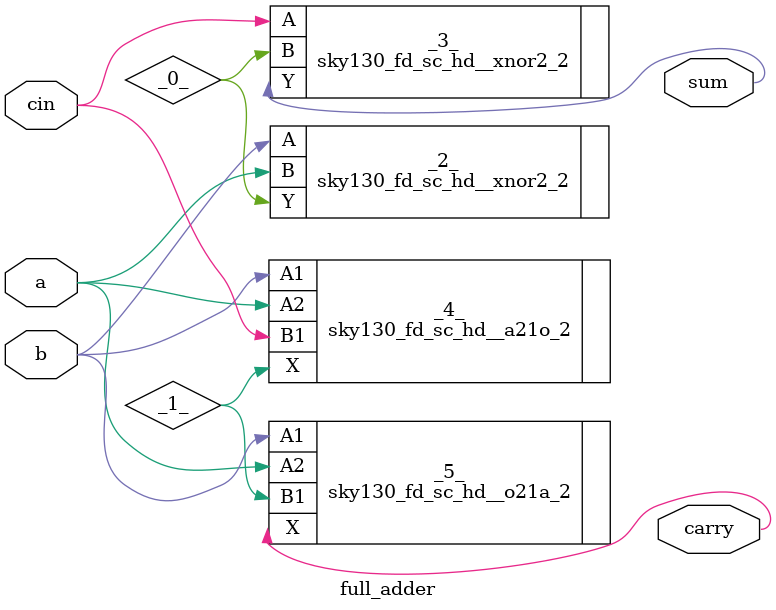
<source format=v>
module full_adder (a,
    b,
    carry,
    cin,
    sum);
 input a;
 input b;
 output carry;
 input cin;
 output sum;

 wire _0_;
 wire _1_;

 sky130_fd_sc_hd__xnor2_2 _2_ (.A(b),
    .B(a),
    .Y(_0_));
 sky130_fd_sc_hd__xnor2_2 _3_ (.A(cin),
    .B(_0_),
    .Y(sum));
 sky130_fd_sc_hd__a21o_2 _4_ (.A1(b),
    .A2(a),
    .B1(cin),
    .X(_1_));
 sky130_fd_sc_hd__o21a_2 _5_ (.A1(b),
    .A2(a),
    .B1(_1_),
    .X(carry));
 sky130_fd_sc_hd__decap_3 PHY_EDGE_ROW_0_Right_0 ();
 sky130_fd_sc_hd__decap_3 PHY_EDGE_ROW_1_Right_1 ();
 sky130_fd_sc_hd__decap_3 PHY_EDGE_ROW_2_Right_2 ();
 sky130_fd_sc_hd__decap_3 PHY_EDGE_ROW_3_Right_3 ();
 sky130_fd_sc_hd__decap_3 PHY_EDGE_ROW_4_Right_4 ();
 sky130_fd_sc_hd__decap_3 PHY_EDGE_ROW_5_Right_5 ();
 sky130_fd_sc_hd__decap_3 PHY_EDGE_ROW_6_Right_6 ();
 sky130_fd_sc_hd__decap_3 PHY_EDGE_ROW_7_Right_7 ();
 sky130_fd_sc_hd__decap_3 PHY_EDGE_ROW_8_Right_8 ();
 sky130_fd_sc_hd__decap_3 PHY_EDGE_ROW_9_Right_9 ();
 sky130_fd_sc_hd__decap_3 PHY_EDGE_ROW_10_Right_10 ();
 sky130_fd_sc_hd__decap_3 PHY_EDGE_ROW_11_Right_11 ();
 sky130_fd_sc_hd__decap_3 PHY_EDGE_ROW_12_Right_12 ();
 sky130_fd_sc_hd__decap_3 PHY_EDGE_ROW_13_Right_13 ();
 sky130_fd_sc_hd__decap_3 PHY_EDGE_ROW_14_Right_14 ();
 sky130_fd_sc_hd__decap_3 PHY_EDGE_ROW_15_Right_15 ();
 sky130_fd_sc_hd__decap_3 PHY_EDGE_ROW_16_Right_16 ();
 sky130_fd_sc_hd__decap_3 PHY_EDGE_ROW_17_Right_17 ();
 sky130_fd_sc_hd__decap_3 PHY_EDGE_ROW_18_Right_18 ();
 sky130_fd_sc_hd__decap_3 PHY_EDGE_ROW_19_Right_19 ();
 sky130_fd_sc_hd__decap_3 PHY_EDGE_ROW_20_Right_20 ();
 sky130_fd_sc_hd__decap_3 PHY_EDGE_ROW_21_Right_21 ();
 sky130_fd_sc_hd__decap_3 PHY_EDGE_ROW_22_Right_22 ();
 sky130_fd_sc_hd__decap_3 PHY_EDGE_ROW_23_Right_23 ();
 sky130_fd_sc_hd__decap_3 PHY_EDGE_ROW_24_Right_24 ();
 sky130_fd_sc_hd__decap_3 PHY_EDGE_ROW_25_Right_25 ();
 sky130_fd_sc_hd__decap_3 PHY_EDGE_ROW_26_Right_26 ();
 sky130_fd_sc_hd__decap_3 PHY_EDGE_ROW_27_Right_27 ();
 sky130_fd_sc_hd__decap_3 PHY_EDGE_ROW_28_Right_28 ();
 sky130_fd_sc_hd__decap_3 PHY_EDGE_ROW_29_Right_29 ();
 sky130_fd_sc_hd__decap_3 PHY_EDGE_ROW_30_Right_30 ();
 sky130_fd_sc_hd__decap_3 PHY_EDGE_ROW_31_Right_31 ();
 sky130_fd_sc_hd__decap_3 PHY_EDGE_ROW_32_Right_32 ();
 sky130_fd_sc_hd__decap_3 PHY_EDGE_ROW_33_Right_33 ();
 sky130_fd_sc_hd__decap_3 PHY_EDGE_ROW_34_Right_34 ();
 sky130_fd_sc_hd__decap_3 PHY_EDGE_ROW_35_Right_35 ();
 sky130_fd_sc_hd__decap_3 PHY_EDGE_ROW_36_Right_36 ();
 sky130_fd_sc_hd__decap_3 PHY_EDGE_ROW_37_Right_37 ();
 sky130_fd_sc_hd__decap_3 PHY_EDGE_ROW_38_Right_38 ();
 sky130_fd_sc_hd__decap_3 PHY_EDGE_ROW_39_Right_39 ();
 sky130_fd_sc_hd__decap_3 PHY_EDGE_ROW_40_Right_40 ();
 sky130_fd_sc_hd__decap_3 PHY_EDGE_ROW_41_Right_41 ();
 sky130_fd_sc_hd__decap_3 PHY_EDGE_ROW_42_Right_42 ();
 sky130_fd_sc_hd__decap_3 PHY_EDGE_ROW_43_Right_43 ();
 sky130_fd_sc_hd__decap_3 PHY_EDGE_ROW_44_Right_44 ();
 sky130_fd_sc_hd__decap_3 PHY_EDGE_ROW_45_Right_45 ();
 sky130_fd_sc_hd__decap_3 PHY_EDGE_ROW_46_Right_46 ();
 sky130_fd_sc_hd__decap_3 PHY_EDGE_ROW_47_Right_47 ();
 sky130_fd_sc_hd__decap_3 PHY_EDGE_ROW_48_Right_48 ();
 sky130_fd_sc_hd__decap_3 PHY_EDGE_ROW_49_Right_49 ();
 sky130_fd_sc_hd__decap_3 PHY_EDGE_ROW_50_Right_50 ();
 sky130_fd_sc_hd__decap_3 PHY_EDGE_ROW_51_Right_51 ();
 sky130_fd_sc_hd__decap_3 PHY_EDGE_ROW_52_Right_52 ();
 sky130_fd_sc_hd__decap_3 PHY_EDGE_ROW_53_Right_53 ();
 sky130_fd_sc_hd__decap_3 PHY_EDGE_ROW_54_Right_54 ();
 sky130_fd_sc_hd__decap_3 PHY_EDGE_ROW_55_Right_55 ();
 sky130_fd_sc_hd__decap_3 PHY_EDGE_ROW_56_Right_56 ();
 sky130_fd_sc_hd__decap_3 PHY_EDGE_ROW_57_Right_57 ();
 sky130_fd_sc_hd__decap_3 PHY_EDGE_ROW_58_Right_58 ();
 sky130_fd_sc_hd__decap_3 PHY_EDGE_ROW_59_Right_59 ();
 sky130_fd_sc_hd__decap_3 PHY_EDGE_ROW_60_Right_60 ();
 sky130_fd_sc_hd__decap_3 PHY_EDGE_ROW_61_Right_61 ();
 sky130_fd_sc_hd__decap_3 PHY_EDGE_ROW_62_Right_62 ();
 sky130_fd_sc_hd__decap_3 PHY_EDGE_ROW_63_Right_63 ();
 sky130_fd_sc_hd__decap_3 PHY_EDGE_ROW_64_Right_64 ();
 sky130_fd_sc_hd__decap_3 PHY_EDGE_ROW_65_Right_65 ();
 sky130_fd_sc_hd__decap_3 PHY_EDGE_ROW_66_Right_66 ();
 sky130_fd_sc_hd__decap_3 PHY_EDGE_ROW_67_Right_67 ();
 sky130_fd_sc_hd__decap_3 PHY_EDGE_ROW_68_Right_68 ();
 sky130_fd_sc_hd__decap_3 PHY_EDGE_ROW_69_Right_69 ();
 sky130_fd_sc_hd__decap_3 PHY_EDGE_ROW_70_Right_70 ();
 sky130_fd_sc_hd__decap_3 PHY_EDGE_ROW_71_Right_71 ();
 sky130_fd_sc_hd__decap_3 PHY_EDGE_ROW_72_Right_72 ();
 sky130_fd_sc_hd__decap_3 PHY_EDGE_ROW_73_Right_73 ();
 sky130_fd_sc_hd__decap_3 PHY_EDGE_ROW_74_Right_74 ();
 sky130_fd_sc_hd__decap_3 PHY_EDGE_ROW_75_Right_75 ();
 sky130_fd_sc_hd__decap_3 PHY_EDGE_ROW_76_Right_76 ();
 sky130_fd_sc_hd__decap_3 PHY_EDGE_ROW_77_Right_77 ();
 sky130_fd_sc_hd__decap_3 PHY_EDGE_ROW_78_Right_78 ();
 sky130_fd_sc_hd__decap_3 PHY_EDGE_ROW_79_Right_79 ();
 sky130_fd_sc_hd__decap_3 PHY_EDGE_ROW_80_Right_80 ();
 sky130_fd_sc_hd__decap_3 PHY_EDGE_ROW_81_Right_81 ();
 sky130_fd_sc_hd__decap_3 PHY_EDGE_ROW_0_Left_82 ();
 sky130_fd_sc_hd__decap_3 PHY_EDGE_ROW_1_Left_83 ();
 sky130_fd_sc_hd__decap_3 PHY_EDGE_ROW_2_Left_84 ();
 sky130_fd_sc_hd__decap_3 PHY_EDGE_ROW_3_Left_85 ();
 sky130_fd_sc_hd__decap_3 PHY_EDGE_ROW_4_Left_86 ();
 sky130_fd_sc_hd__decap_3 PHY_EDGE_ROW_5_Left_87 ();
 sky130_fd_sc_hd__decap_3 PHY_EDGE_ROW_6_Left_88 ();
 sky130_fd_sc_hd__decap_3 PHY_EDGE_ROW_7_Left_89 ();
 sky130_fd_sc_hd__decap_3 PHY_EDGE_ROW_8_Left_90 ();
 sky130_fd_sc_hd__decap_3 PHY_EDGE_ROW_9_Left_91 ();
 sky130_fd_sc_hd__decap_3 PHY_EDGE_ROW_10_Left_92 ();
 sky130_fd_sc_hd__decap_3 PHY_EDGE_ROW_11_Left_93 ();
 sky130_fd_sc_hd__decap_3 PHY_EDGE_ROW_12_Left_94 ();
 sky130_fd_sc_hd__decap_3 PHY_EDGE_ROW_13_Left_95 ();
 sky130_fd_sc_hd__decap_3 PHY_EDGE_ROW_14_Left_96 ();
 sky130_fd_sc_hd__decap_3 PHY_EDGE_ROW_15_Left_97 ();
 sky130_fd_sc_hd__decap_3 PHY_EDGE_ROW_16_Left_98 ();
 sky130_fd_sc_hd__decap_3 PHY_EDGE_ROW_17_Left_99 ();
 sky130_fd_sc_hd__decap_3 PHY_EDGE_ROW_18_Left_100 ();
 sky130_fd_sc_hd__decap_3 PHY_EDGE_ROW_19_Left_101 ();
 sky130_fd_sc_hd__decap_3 PHY_EDGE_ROW_20_Left_102 ();
 sky130_fd_sc_hd__decap_3 PHY_EDGE_ROW_21_Left_103 ();
 sky130_fd_sc_hd__decap_3 PHY_EDGE_ROW_22_Left_104 ();
 sky130_fd_sc_hd__decap_3 PHY_EDGE_ROW_23_Left_105 ();
 sky130_fd_sc_hd__decap_3 PHY_EDGE_ROW_24_Left_106 ();
 sky130_fd_sc_hd__decap_3 PHY_EDGE_ROW_25_Left_107 ();
 sky130_fd_sc_hd__decap_3 PHY_EDGE_ROW_26_Left_108 ();
 sky130_fd_sc_hd__decap_3 PHY_EDGE_ROW_27_Left_109 ();
 sky130_fd_sc_hd__decap_3 PHY_EDGE_ROW_28_Left_110 ();
 sky130_fd_sc_hd__decap_3 PHY_EDGE_ROW_29_Left_111 ();
 sky130_fd_sc_hd__decap_3 PHY_EDGE_ROW_30_Left_112 ();
 sky130_fd_sc_hd__decap_3 PHY_EDGE_ROW_31_Left_113 ();
 sky130_fd_sc_hd__decap_3 PHY_EDGE_ROW_32_Left_114 ();
 sky130_fd_sc_hd__decap_3 PHY_EDGE_ROW_33_Left_115 ();
 sky130_fd_sc_hd__decap_3 PHY_EDGE_ROW_34_Left_116 ();
 sky130_fd_sc_hd__decap_3 PHY_EDGE_ROW_35_Left_117 ();
 sky130_fd_sc_hd__decap_3 PHY_EDGE_ROW_36_Left_118 ();
 sky130_fd_sc_hd__decap_3 PHY_EDGE_ROW_37_Left_119 ();
 sky130_fd_sc_hd__decap_3 PHY_EDGE_ROW_38_Left_120 ();
 sky130_fd_sc_hd__decap_3 PHY_EDGE_ROW_39_Left_121 ();
 sky130_fd_sc_hd__decap_3 PHY_EDGE_ROW_40_Left_122 ();
 sky130_fd_sc_hd__decap_3 PHY_EDGE_ROW_41_Left_123 ();
 sky130_fd_sc_hd__decap_3 PHY_EDGE_ROW_42_Left_124 ();
 sky130_fd_sc_hd__decap_3 PHY_EDGE_ROW_43_Left_125 ();
 sky130_fd_sc_hd__decap_3 PHY_EDGE_ROW_44_Left_126 ();
 sky130_fd_sc_hd__decap_3 PHY_EDGE_ROW_45_Left_127 ();
 sky130_fd_sc_hd__decap_3 PHY_EDGE_ROW_46_Left_128 ();
 sky130_fd_sc_hd__decap_3 PHY_EDGE_ROW_47_Left_129 ();
 sky130_fd_sc_hd__decap_3 PHY_EDGE_ROW_48_Left_130 ();
 sky130_fd_sc_hd__decap_3 PHY_EDGE_ROW_49_Left_131 ();
 sky130_fd_sc_hd__decap_3 PHY_EDGE_ROW_50_Left_132 ();
 sky130_fd_sc_hd__decap_3 PHY_EDGE_ROW_51_Left_133 ();
 sky130_fd_sc_hd__decap_3 PHY_EDGE_ROW_52_Left_134 ();
 sky130_fd_sc_hd__decap_3 PHY_EDGE_ROW_53_Left_135 ();
 sky130_fd_sc_hd__decap_3 PHY_EDGE_ROW_54_Left_136 ();
 sky130_fd_sc_hd__decap_3 PHY_EDGE_ROW_55_Left_137 ();
 sky130_fd_sc_hd__decap_3 PHY_EDGE_ROW_56_Left_138 ();
 sky130_fd_sc_hd__decap_3 PHY_EDGE_ROW_57_Left_139 ();
 sky130_fd_sc_hd__decap_3 PHY_EDGE_ROW_58_Left_140 ();
 sky130_fd_sc_hd__decap_3 PHY_EDGE_ROW_59_Left_141 ();
 sky130_fd_sc_hd__decap_3 PHY_EDGE_ROW_60_Left_142 ();
 sky130_fd_sc_hd__decap_3 PHY_EDGE_ROW_61_Left_143 ();
 sky130_fd_sc_hd__decap_3 PHY_EDGE_ROW_62_Left_144 ();
 sky130_fd_sc_hd__decap_3 PHY_EDGE_ROW_63_Left_145 ();
 sky130_fd_sc_hd__decap_3 PHY_EDGE_ROW_64_Left_146 ();
 sky130_fd_sc_hd__decap_3 PHY_EDGE_ROW_65_Left_147 ();
 sky130_fd_sc_hd__decap_3 PHY_EDGE_ROW_66_Left_148 ();
 sky130_fd_sc_hd__decap_3 PHY_EDGE_ROW_67_Left_149 ();
 sky130_fd_sc_hd__decap_3 PHY_EDGE_ROW_68_Left_150 ();
 sky130_fd_sc_hd__decap_3 PHY_EDGE_ROW_69_Left_151 ();
 sky130_fd_sc_hd__decap_3 PHY_EDGE_ROW_70_Left_152 ();
 sky130_fd_sc_hd__decap_3 PHY_EDGE_ROW_71_Left_153 ();
 sky130_fd_sc_hd__decap_3 PHY_EDGE_ROW_72_Left_154 ();
 sky130_fd_sc_hd__decap_3 PHY_EDGE_ROW_73_Left_155 ();
 sky130_fd_sc_hd__decap_3 PHY_EDGE_ROW_74_Left_156 ();
 sky130_fd_sc_hd__decap_3 PHY_EDGE_ROW_75_Left_157 ();
 sky130_fd_sc_hd__decap_3 PHY_EDGE_ROW_76_Left_158 ();
 sky130_fd_sc_hd__decap_3 PHY_EDGE_ROW_77_Left_159 ();
 sky130_fd_sc_hd__decap_3 PHY_EDGE_ROW_78_Left_160 ();
 sky130_fd_sc_hd__decap_3 PHY_EDGE_ROW_79_Left_161 ();
 sky130_fd_sc_hd__decap_3 PHY_EDGE_ROW_80_Left_162 ();
 sky130_fd_sc_hd__decap_3 PHY_EDGE_ROW_81_Left_163 ();
 sky130_fd_sc_hd__tapvpwrvgnd_1 TAP_TAPCELL_ROW_0_164 ();
 sky130_fd_sc_hd__tapvpwrvgnd_1 TAP_TAPCELL_ROW_0_165 ();
 sky130_fd_sc_hd__tapvpwrvgnd_1 TAP_TAPCELL_ROW_0_166 ();
 sky130_fd_sc_hd__tapvpwrvgnd_1 TAP_TAPCELL_ROW_0_167 ();
 sky130_fd_sc_hd__tapvpwrvgnd_1 TAP_TAPCELL_ROW_0_168 ();
 sky130_fd_sc_hd__tapvpwrvgnd_1 TAP_TAPCELL_ROW_0_169 ();
 sky130_fd_sc_hd__tapvpwrvgnd_1 TAP_TAPCELL_ROW_0_170 ();
 sky130_fd_sc_hd__tapvpwrvgnd_1 TAP_TAPCELL_ROW_0_171 ();
 sky130_fd_sc_hd__tapvpwrvgnd_1 TAP_TAPCELL_ROW_0_172 ();
 sky130_fd_sc_hd__tapvpwrvgnd_1 TAP_TAPCELL_ROW_0_173 ();
 sky130_fd_sc_hd__tapvpwrvgnd_1 TAP_TAPCELL_ROW_0_174 ();
 sky130_fd_sc_hd__tapvpwrvgnd_1 TAP_TAPCELL_ROW_0_175 ();
 sky130_fd_sc_hd__tapvpwrvgnd_1 TAP_TAPCELL_ROW_0_176 ();
 sky130_fd_sc_hd__tapvpwrvgnd_1 TAP_TAPCELL_ROW_0_177 ();
 sky130_fd_sc_hd__tapvpwrvgnd_1 TAP_TAPCELL_ROW_0_178 ();
 sky130_fd_sc_hd__tapvpwrvgnd_1 TAP_TAPCELL_ROW_0_179 ();
 sky130_fd_sc_hd__tapvpwrvgnd_1 TAP_TAPCELL_ROW_0_180 ();
 sky130_fd_sc_hd__tapvpwrvgnd_1 TAP_TAPCELL_ROW_0_181 ();
 sky130_fd_sc_hd__tapvpwrvgnd_1 TAP_TAPCELL_ROW_0_182 ();
 sky130_fd_sc_hd__tapvpwrvgnd_1 TAP_TAPCELL_ROW_0_183 ();
 sky130_fd_sc_hd__tapvpwrvgnd_1 TAP_TAPCELL_ROW_0_184 ();
 sky130_fd_sc_hd__tapvpwrvgnd_1 TAP_TAPCELL_ROW_0_185 ();
 sky130_fd_sc_hd__tapvpwrvgnd_1 TAP_TAPCELL_ROW_0_186 ();
 sky130_fd_sc_hd__tapvpwrvgnd_1 TAP_TAPCELL_ROW_0_187 ();
 sky130_fd_sc_hd__tapvpwrvgnd_1 TAP_TAPCELL_ROW_0_188 ();
 sky130_fd_sc_hd__tapvpwrvgnd_1 TAP_TAPCELL_ROW_0_189 ();
 sky130_fd_sc_hd__tapvpwrvgnd_1 TAP_TAPCELL_ROW_0_190 ();
 sky130_fd_sc_hd__tapvpwrvgnd_1 TAP_TAPCELL_ROW_0_191 ();
 sky130_fd_sc_hd__tapvpwrvgnd_1 TAP_TAPCELL_ROW_0_192 ();
 sky130_fd_sc_hd__tapvpwrvgnd_1 TAP_TAPCELL_ROW_0_193 ();
 sky130_fd_sc_hd__tapvpwrvgnd_1 TAP_TAPCELL_ROW_0_194 ();
 sky130_fd_sc_hd__tapvpwrvgnd_1 TAP_TAPCELL_ROW_0_195 ();
 sky130_fd_sc_hd__tapvpwrvgnd_1 TAP_TAPCELL_ROW_0_196 ();
 sky130_fd_sc_hd__tapvpwrvgnd_1 TAP_TAPCELL_ROW_0_197 ();
 sky130_fd_sc_hd__tapvpwrvgnd_1 TAP_TAPCELL_ROW_1_198 ();
 sky130_fd_sc_hd__tapvpwrvgnd_1 TAP_TAPCELL_ROW_1_199 ();
 sky130_fd_sc_hd__tapvpwrvgnd_1 TAP_TAPCELL_ROW_1_200 ();
 sky130_fd_sc_hd__tapvpwrvgnd_1 TAP_TAPCELL_ROW_1_201 ();
 sky130_fd_sc_hd__tapvpwrvgnd_1 TAP_TAPCELL_ROW_1_202 ();
 sky130_fd_sc_hd__tapvpwrvgnd_1 TAP_TAPCELL_ROW_1_203 ();
 sky130_fd_sc_hd__tapvpwrvgnd_1 TAP_TAPCELL_ROW_1_204 ();
 sky130_fd_sc_hd__tapvpwrvgnd_1 TAP_TAPCELL_ROW_1_205 ();
 sky130_fd_sc_hd__tapvpwrvgnd_1 TAP_TAPCELL_ROW_1_206 ();
 sky130_fd_sc_hd__tapvpwrvgnd_1 TAP_TAPCELL_ROW_1_207 ();
 sky130_fd_sc_hd__tapvpwrvgnd_1 TAP_TAPCELL_ROW_1_208 ();
 sky130_fd_sc_hd__tapvpwrvgnd_1 TAP_TAPCELL_ROW_1_209 ();
 sky130_fd_sc_hd__tapvpwrvgnd_1 TAP_TAPCELL_ROW_1_210 ();
 sky130_fd_sc_hd__tapvpwrvgnd_1 TAP_TAPCELL_ROW_1_211 ();
 sky130_fd_sc_hd__tapvpwrvgnd_1 TAP_TAPCELL_ROW_1_212 ();
 sky130_fd_sc_hd__tapvpwrvgnd_1 TAP_TAPCELL_ROW_1_213 ();
 sky130_fd_sc_hd__tapvpwrvgnd_1 TAP_TAPCELL_ROW_1_214 ();
 sky130_fd_sc_hd__tapvpwrvgnd_1 TAP_TAPCELL_ROW_2_215 ();
 sky130_fd_sc_hd__tapvpwrvgnd_1 TAP_TAPCELL_ROW_2_216 ();
 sky130_fd_sc_hd__tapvpwrvgnd_1 TAP_TAPCELL_ROW_2_217 ();
 sky130_fd_sc_hd__tapvpwrvgnd_1 TAP_TAPCELL_ROW_2_218 ();
 sky130_fd_sc_hd__tapvpwrvgnd_1 TAP_TAPCELL_ROW_2_219 ();
 sky130_fd_sc_hd__tapvpwrvgnd_1 TAP_TAPCELL_ROW_2_220 ();
 sky130_fd_sc_hd__tapvpwrvgnd_1 TAP_TAPCELL_ROW_2_221 ();
 sky130_fd_sc_hd__tapvpwrvgnd_1 TAP_TAPCELL_ROW_2_222 ();
 sky130_fd_sc_hd__tapvpwrvgnd_1 TAP_TAPCELL_ROW_2_223 ();
 sky130_fd_sc_hd__tapvpwrvgnd_1 TAP_TAPCELL_ROW_2_224 ();
 sky130_fd_sc_hd__tapvpwrvgnd_1 TAP_TAPCELL_ROW_2_225 ();
 sky130_fd_sc_hd__tapvpwrvgnd_1 TAP_TAPCELL_ROW_2_226 ();
 sky130_fd_sc_hd__tapvpwrvgnd_1 TAP_TAPCELL_ROW_2_227 ();
 sky130_fd_sc_hd__tapvpwrvgnd_1 TAP_TAPCELL_ROW_2_228 ();
 sky130_fd_sc_hd__tapvpwrvgnd_1 TAP_TAPCELL_ROW_2_229 ();
 sky130_fd_sc_hd__tapvpwrvgnd_1 TAP_TAPCELL_ROW_2_230 ();
 sky130_fd_sc_hd__tapvpwrvgnd_1 TAP_TAPCELL_ROW_2_231 ();
 sky130_fd_sc_hd__tapvpwrvgnd_1 TAP_TAPCELL_ROW_3_232 ();
 sky130_fd_sc_hd__tapvpwrvgnd_1 TAP_TAPCELL_ROW_3_233 ();
 sky130_fd_sc_hd__tapvpwrvgnd_1 TAP_TAPCELL_ROW_3_234 ();
 sky130_fd_sc_hd__tapvpwrvgnd_1 TAP_TAPCELL_ROW_3_235 ();
 sky130_fd_sc_hd__tapvpwrvgnd_1 TAP_TAPCELL_ROW_3_236 ();
 sky130_fd_sc_hd__tapvpwrvgnd_1 TAP_TAPCELL_ROW_3_237 ();
 sky130_fd_sc_hd__tapvpwrvgnd_1 TAP_TAPCELL_ROW_3_238 ();
 sky130_fd_sc_hd__tapvpwrvgnd_1 TAP_TAPCELL_ROW_3_239 ();
 sky130_fd_sc_hd__tapvpwrvgnd_1 TAP_TAPCELL_ROW_3_240 ();
 sky130_fd_sc_hd__tapvpwrvgnd_1 TAP_TAPCELL_ROW_3_241 ();
 sky130_fd_sc_hd__tapvpwrvgnd_1 TAP_TAPCELL_ROW_3_242 ();
 sky130_fd_sc_hd__tapvpwrvgnd_1 TAP_TAPCELL_ROW_3_243 ();
 sky130_fd_sc_hd__tapvpwrvgnd_1 TAP_TAPCELL_ROW_3_244 ();
 sky130_fd_sc_hd__tapvpwrvgnd_1 TAP_TAPCELL_ROW_3_245 ();
 sky130_fd_sc_hd__tapvpwrvgnd_1 TAP_TAPCELL_ROW_3_246 ();
 sky130_fd_sc_hd__tapvpwrvgnd_1 TAP_TAPCELL_ROW_3_247 ();
 sky130_fd_sc_hd__tapvpwrvgnd_1 TAP_TAPCELL_ROW_3_248 ();
 sky130_fd_sc_hd__tapvpwrvgnd_1 TAP_TAPCELL_ROW_4_249 ();
 sky130_fd_sc_hd__tapvpwrvgnd_1 TAP_TAPCELL_ROW_4_250 ();
 sky130_fd_sc_hd__tapvpwrvgnd_1 TAP_TAPCELL_ROW_4_251 ();
 sky130_fd_sc_hd__tapvpwrvgnd_1 TAP_TAPCELL_ROW_4_252 ();
 sky130_fd_sc_hd__tapvpwrvgnd_1 TAP_TAPCELL_ROW_4_253 ();
 sky130_fd_sc_hd__tapvpwrvgnd_1 TAP_TAPCELL_ROW_4_254 ();
 sky130_fd_sc_hd__tapvpwrvgnd_1 TAP_TAPCELL_ROW_4_255 ();
 sky130_fd_sc_hd__tapvpwrvgnd_1 TAP_TAPCELL_ROW_4_256 ();
 sky130_fd_sc_hd__tapvpwrvgnd_1 TAP_TAPCELL_ROW_4_257 ();
 sky130_fd_sc_hd__tapvpwrvgnd_1 TAP_TAPCELL_ROW_4_258 ();
 sky130_fd_sc_hd__tapvpwrvgnd_1 TAP_TAPCELL_ROW_4_259 ();
 sky130_fd_sc_hd__tapvpwrvgnd_1 TAP_TAPCELL_ROW_4_260 ();
 sky130_fd_sc_hd__tapvpwrvgnd_1 TAP_TAPCELL_ROW_4_261 ();
 sky130_fd_sc_hd__tapvpwrvgnd_1 TAP_TAPCELL_ROW_4_262 ();
 sky130_fd_sc_hd__tapvpwrvgnd_1 TAP_TAPCELL_ROW_4_263 ();
 sky130_fd_sc_hd__tapvpwrvgnd_1 TAP_TAPCELL_ROW_4_264 ();
 sky130_fd_sc_hd__tapvpwrvgnd_1 TAP_TAPCELL_ROW_4_265 ();
 sky130_fd_sc_hd__tapvpwrvgnd_1 TAP_TAPCELL_ROW_5_266 ();
 sky130_fd_sc_hd__tapvpwrvgnd_1 TAP_TAPCELL_ROW_5_267 ();
 sky130_fd_sc_hd__tapvpwrvgnd_1 TAP_TAPCELL_ROW_5_268 ();
 sky130_fd_sc_hd__tapvpwrvgnd_1 TAP_TAPCELL_ROW_5_269 ();
 sky130_fd_sc_hd__tapvpwrvgnd_1 TAP_TAPCELL_ROW_5_270 ();
 sky130_fd_sc_hd__tapvpwrvgnd_1 TAP_TAPCELL_ROW_5_271 ();
 sky130_fd_sc_hd__tapvpwrvgnd_1 TAP_TAPCELL_ROW_5_272 ();
 sky130_fd_sc_hd__tapvpwrvgnd_1 TAP_TAPCELL_ROW_5_273 ();
 sky130_fd_sc_hd__tapvpwrvgnd_1 TAP_TAPCELL_ROW_5_274 ();
 sky130_fd_sc_hd__tapvpwrvgnd_1 TAP_TAPCELL_ROW_5_275 ();
 sky130_fd_sc_hd__tapvpwrvgnd_1 TAP_TAPCELL_ROW_5_276 ();
 sky130_fd_sc_hd__tapvpwrvgnd_1 TAP_TAPCELL_ROW_5_277 ();
 sky130_fd_sc_hd__tapvpwrvgnd_1 TAP_TAPCELL_ROW_5_278 ();
 sky130_fd_sc_hd__tapvpwrvgnd_1 TAP_TAPCELL_ROW_5_279 ();
 sky130_fd_sc_hd__tapvpwrvgnd_1 TAP_TAPCELL_ROW_5_280 ();
 sky130_fd_sc_hd__tapvpwrvgnd_1 TAP_TAPCELL_ROW_5_281 ();
 sky130_fd_sc_hd__tapvpwrvgnd_1 TAP_TAPCELL_ROW_5_282 ();
 sky130_fd_sc_hd__tapvpwrvgnd_1 TAP_TAPCELL_ROW_6_283 ();
 sky130_fd_sc_hd__tapvpwrvgnd_1 TAP_TAPCELL_ROW_6_284 ();
 sky130_fd_sc_hd__tapvpwrvgnd_1 TAP_TAPCELL_ROW_6_285 ();
 sky130_fd_sc_hd__tapvpwrvgnd_1 TAP_TAPCELL_ROW_6_286 ();
 sky130_fd_sc_hd__tapvpwrvgnd_1 TAP_TAPCELL_ROW_6_287 ();
 sky130_fd_sc_hd__tapvpwrvgnd_1 TAP_TAPCELL_ROW_6_288 ();
 sky130_fd_sc_hd__tapvpwrvgnd_1 TAP_TAPCELL_ROW_6_289 ();
 sky130_fd_sc_hd__tapvpwrvgnd_1 TAP_TAPCELL_ROW_6_290 ();
 sky130_fd_sc_hd__tapvpwrvgnd_1 TAP_TAPCELL_ROW_6_291 ();
 sky130_fd_sc_hd__tapvpwrvgnd_1 TAP_TAPCELL_ROW_6_292 ();
 sky130_fd_sc_hd__tapvpwrvgnd_1 TAP_TAPCELL_ROW_6_293 ();
 sky130_fd_sc_hd__tapvpwrvgnd_1 TAP_TAPCELL_ROW_6_294 ();
 sky130_fd_sc_hd__tapvpwrvgnd_1 TAP_TAPCELL_ROW_6_295 ();
 sky130_fd_sc_hd__tapvpwrvgnd_1 TAP_TAPCELL_ROW_6_296 ();
 sky130_fd_sc_hd__tapvpwrvgnd_1 TAP_TAPCELL_ROW_6_297 ();
 sky130_fd_sc_hd__tapvpwrvgnd_1 TAP_TAPCELL_ROW_6_298 ();
 sky130_fd_sc_hd__tapvpwrvgnd_1 TAP_TAPCELL_ROW_6_299 ();
 sky130_fd_sc_hd__tapvpwrvgnd_1 TAP_TAPCELL_ROW_7_300 ();
 sky130_fd_sc_hd__tapvpwrvgnd_1 TAP_TAPCELL_ROW_7_301 ();
 sky130_fd_sc_hd__tapvpwrvgnd_1 TAP_TAPCELL_ROW_7_302 ();
 sky130_fd_sc_hd__tapvpwrvgnd_1 TAP_TAPCELL_ROW_7_303 ();
 sky130_fd_sc_hd__tapvpwrvgnd_1 TAP_TAPCELL_ROW_7_304 ();
 sky130_fd_sc_hd__tapvpwrvgnd_1 TAP_TAPCELL_ROW_7_305 ();
 sky130_fd_sc_hd__tapvpwrvgnd_1 TAP_TAPCELL_ROW_7_306 ();
 sky130_fd_sc_hd__tapvpwrvgnd_1 TAP_TAPCELL_ROW_7_307 ();
 sky130_fd_sc_hd__tapvpwrvgnd_1 TAP_TAPCELL_ROW_7_308 ();
 sky130_fd_sc_hd__tapvpwrvgnd_1 TAP_TAPCELL_ROW_7_309 ();
 sky130_fd_sc_hd__tapvpwrvgnd_1 TAP_TAPCELL_ROW_7_310 ();
 sky130_fd_sc_hd__tapvpwrvgnd_1 TAP_TAPCELL_ROW_7_311 ();
 sky130_fd_sc_hd__tapvpwrvgnd_1 TAP_TAPCELL_ROW_7_312 ();
 sky130_fd_sc_hd__tapvpwrvgnd_1 TAP_TAPCELL_ROW_7_313 ();
 sky130_fd_sc_hd__tapvpwrvgnd_1 TAP_TAPCELL_ROW_7_314 ();
 sky130_fd_sc_hd__tapvpwrvgnd_1 TAP_TAPCELL_ROW_7_315 ();
 sky130_fd_sc_hd__tapvpwrvgnd_1 TAP_TAPCELL_ROW_7_316 ();
 sky130_fd_sc_hd__tapvpwrvgnd_1 TAP_TAPCELL_ROW_8_317 ();
 sky130_fd_sc_hd__tapvpwrvgnd_1 TAP_TAPCELL_ROW_8_318 ();
 sky130_fd_sc_hd__tapvpwrvgnd_1 TAP_TAPCELL_ROW_8_319 ();
 sky130_fd_sc_hd__tapvpwrvgnd_1 TAP_TAPCELL_ROW_8_320 ();
 sky130_fd_sc_hd__tapvpwrvgnd_1 TAP_TAPCELL_ROW_8_321 ();
 sky130_fd_sc_hd__tapvpwrvgnd_1 TAP_TAPCELL_ROW_8_322 ();
 sky130_fd_sc_hd__tapvpwrvgnd_1 TAP_TAPCELL_ROW_8_323 ();
 sky130_fd_sc_hd__tapvpwrvgnd_1 TAP_TAPCELL_ROW_8_324 ();
 sky130_fd_sc_hd__tapvpwrvgnd_1 TAP_TAPCELL_ROW_8_325 ();
 sky130_fd_sc_hd__tapvpwrvgnd_1 TAP_TAPCELL_ROW_8_326 ();
 sky130_fd_sc_hd__tapvpwrvgnd_1 TAP_TAPCELL_ROW_8_327 ();
 sky130_fd_sc_hd__tapvpwrvgnd_1 TAP_TAPCELL_ROW_8_328 ();
 sky130_fd_sc_hd__tapvpwrvgnd_1 TAP_TAPCELL_ROW_8_329 ();
 sky130_fd_sc_hd__tapvpwrvgnd_1 TAP_TAPCELL_ROW_8_330 ();
 sky130_fd_sc_hd__tapvpwrvgnd_1 TAP_TAPCELL_ROW_8_331 ();
 sky130_fd_sc_hd__tapvpwrvgnd_1 TAP_TAPCELL_ROW_8_332 ();
 sky130_fd_sc_hd__tapvpwrvgnd_1 TAP_TAPCELL_ROW_8_333 ();
 sky130_fd_sc_hd__tapvpwrvgnd_1 TAP_TAPCELL_ROW_9_334 ();
 sky130_fd_sc_hd__tapvpwrvgnd_1 TAP_TAPCELL_ROW_9_335 ();
 sky130_fd_sc_hd__tapvpwrvgnd_1 TAP_TAPCELL_ROW_9_336 ();
 sky130_fd_sc_hd__tapvpwrvgnd_1 TAP_TAPCELL_ROW_9_337 ();
 sky130_fd_sc_hd__tapvpwrvgnd_1 TAP_TAPCELL_ROW_9_338 ();
 sky130_fd_sc_hd__tapvpwrvgnd_1 TAP_TAPCELL_ROW_9_339 ();
 sky130_fd_sc_hd__tapvpwrvgnd_1 TAP_TAPCELL_ROW_9_340 ();
 sky130_fd_sc_hd__tapvpwrvgnd_1 TAP_TAPCELL_ROW_9_341 ();
 sky130_fd_sc_hd__tapvpwrvgnd_1 TAP_TAPCELL_ROW_9_342 ();
 sky130_fd_sc_hd__tapvpwrvgnd_1 TAP_TAPCELL_ROW_9_343 ();
 sky130_fd_sc_hd__tapvpwrvgnd_1 TAP_TAPCELL_ROW_9_344 ();
 sky130_fd_sc_hd__tapvpwrvgnd_1 TAP_TAPCELL_ROW_9_345 ();
 sky130_fd_sc_hd__tapvpwrvgnd_1 TAP_TAPCELL_ROW_9_346 ();
 sky130_fd_sc_hd__tapvpwrvgnd_1 TAP_TAPCELL_ROW_9_347 ();
 sky130_fd_sc_hd__tapvpwrvgnd_1 TAP_TAPCELL_ROW_9_348 ();
 sky130_fd_sc_hd__tapvpwrvgnd_1 TAP_TAPCELL_ROW_9_349 ();
 sky130_fd_sc_hd__tapvpwrvgnd_1 TAP_TAPCELL_ROW_9_350 ();
 sky130_fd_sc_hd__tapvpwrvgnd_1 TAP_TAPCELL_ROW_10_351 ();
 sky130_fd_sc_hd__tapvpwrvgnd_1 TAP_TAPCELL_ROW_10_352 ();
 sky130_fd_sc_hd__tapvpwrvgnd_1 TAP_TAPCELL_ROW_10_353 ();
 sky130_fd_sc_hd__tapvpwrvgnd_1 TAP_TAPCELL_ROW_10_354 ();
 sky130_fd_sc_hd__tapvpwrvgnd_1 TAP_TAPCELL_ROW_10_355 ();
 sky130_fd_sc_hd__tapvpwrvgnd_1 TAP_TAPCELL_ROW_10_356 ();
 sky130_fd_sc_hd__tapvpwrvgnd_1 TAP_TAPCELL_ROW_10_357 ();
 sky130_fd_sc_hd__tapvpwrvgnd_1 TAP_TAPCELL_ROW_10_358 ();
 sky130_fd_sc_hd__tapvpwrvgnd_1 TAP_TAPCELL_ROW_10_359 ();
 sky130_fd_sc_hd__tapvpwrvgnd_1 TAP_TAPCELL_ROW_10_360 ();
 sky130_fd_sc_hd__tapvpwrvgnd_1 TAP_TAPCELL_ROW_10_361 ();
 sky130_fd_sc_hd__tapvpwrvgnd_1 TAP_TAPCELL_ROW_10_362 ();
 sky130_fd_sc_hd__tapvpwrvgnd_1 TAP_TAPCELL_ROW_10_363 ();
 sky130_fd_sc_hd__tapvpwrvgnd_1 TAP_TAPCELL_ROW_10_364 ();
 sky130_fd_sc_hd__tapvpwrvgnd_1 TAP_TAPCELL_ROW_10_365 ();
 sky130_fd_sc_hd__tapvpwrvgnd_1 TAP_TAPCELL_ROW_10_366 ();
 sky130_fd_sc_hd__tapvpwrvgnd_1 TAP_TAPCELL_ROW_10_367 ();
 sky130_fd_sc_hd__tapvpwrvgnd_1 TAP_TAPCELL_ROW_11_368 ();
 sky130_fd_sc_hd__tapvpwrvgnd_1 TAP_TAPCELL_ROW_11_369 ();
 sky130_fd_sc_hd__tapvpwrvgnd_1 TAP_TAPCELL_ROW_11_370 ();
 sky130_fd_sc_hd__tapvpwrvgnd_1 TAP_TAPCELL_ROW_11_371 ();
 sky130_fd_sc_hd__tapvpwrvgnd_1 TAP_TAPCELL_ROW_11_372 ();
 sky130_fd_sc_hd__tapvpwrvgnd_1 TAP_TAPCELL_ROW_11_373 ();
 sky130_fd_sc_hd__tapvpwrvgnd_1 TAP_TAPCELL_ROW_11_374 ();
 sky130_fd_sc_hd__tapvpwrvgnd_1 TAP_TAPCELL_ROW_11_375 ();
 sky130_fd_sc_hd__tapvpwrvgnd_1 TAP_TAPCELL_ROW_11_376 ();
 sky130_fd_sc_hd__tapvpwrvgnd_1 TAP_TAPCELL_ROW_11_377 ();
 sky130_fd_sc_hd__tapvpwrvgnd_1 TAP_TAPCELL_ROW_11_378 ();
 sky130_fd_sc_hd__tapvpwrvgnd_1 TAP_TAPCELL_ROW_11_379 ();
 sky130_fd_sc_hd__tapvpwrvgnd_1 TAP_TAPCELL_ROW_11_380 ();
 sky130_fd_sc_hd__tapvpwrvgnd_1 TAP_TAPCELL_ROW_11_381 ();
 sky130_fd_sc_hd__tapvpwrvgnd_1 TAP_TAPCELL_ROW_11_382 ();
 sky130_fd_sc_hd__tapvpwrvgnd_1 TAP_TAPCELL_ROW_11_383 ();
 sky130_fd_sc_hd__tapvpwrvgnd_1 TAP_TAPCELL_ROW_11_384 ();
 sky130_fd_sc_hd__tapvpwrvgnd_1 TAP_TAPCELL_ROW_12_385 ();
 sky130_fd_sc_hd__tapvpwrvgnd_1 TAP_TAPCELL_ROW_12_386 ();
 sky130_fd_sc_hd__tapvpwrvgnd_1 TAP_TAPCELL_ROW_12_387 ();
 sky130_fd_sc_hd__tapvpwrvgnd_1 TAP_TAPCELL_ROW_12_388 ();
 sky130_fd_sc_hd__tapvpwrvgnd_1 TAP_TAPCELL_ROW_12_389 ();
 sky130_fd_sc_hd__tapvpwrvgnd_1 TAP_TAPCELL_ROW_12_390 ();
 sky130_fd_sc_hd__tapvpwrvgnd_1 TAP_TAPCELL_ROW_12_391 ();
 sky130_fd_sc_hd__tapvpwrvgnd_1 TAP_TAPCELL_ROW_12_392 ();
 sky130_fd_sc_hd__tapvpwrvgnd_1 TAP_TAPCELL_ROW_12_393 ();
 sky130_fd_sc_hd__tapvpwrvgnd_1 TAP_TAPCELL_ROW_12_394 ();
 sky130_fd_sc_hd__tapvpwrvgnd_1 TAP_TAPCELL_ROW_12_395 ();
 sky130_fd_sc_hd__tapvpwrvgnd_1 TAP_TAPCELL_ROW_12_396 ();
 sky130_fd_sc_hd__tapvpwrvgnd_1 TAP_TAPCELL_ROW_12_397 ();
 sky130_fd_sc_hd__tapvpwrvgnd_1 TAP_TAPCELL_ROW_12_398 ();
 sky130_fd_sc_hd__tapvpwrvgnd_1 TAP_TAPCELL_ROW_12_399 ();
 sky130_fd_sc_hd__tapvpwrvgnd_1 TAP_TAPCELL_ROW_12_400 ();
 sky130_fd_sc_hd__tapvpwrvgnd_1 TAP_TAPCELL_ROW_12_401 ();
 sky130_fd_sc_hd__tapvpwrvgnd_1 TAP_TAPCELL_ROW_13_402 ();
 sky130_fd_sc_hd__tapvpwrvgnd_1 TAP_TAPCELL_ROW_13_403 ();
 sky130_fd_sc_hd__tapvpwrvgnd_1 TAP_TAPCELL_ROW_13_404 ();
 sky130_fd_sc_hd__tapvpwrvgnd_1 TAP_TAPCELL_ROW_13_405 ();
 sky130_fd_sc_hd__tapvpwrvgnd_1 TAP_TAPCELL_ROW_13_406 ();
 sky130_fd_sc_hd__tapvpwrvgnd_1 TAP_TAPCELL_ROW_13_407 ();
 sky130_fd_sc_hd__tapvpwrvgnd_1 TAP_TAPCELL_ROW_13_408 ();
 sky130_fd_sc_hd__tapvpwrvgnd_1 TAP_TAPCELL_ROW_13_409 ();
 sky130_fd_sc_hd__tapvpwrvgnd_1 TAP_TAPCELL_ROW_13_410 ();
 sky130_fd_sc_hd__tapvpwrvgnd_1 TAP_TAPCELL_ROW_13_411 ();
 sky130_fd_sc_hd__tapvpwrvgnd_1 TAP_TAPCELL_ROW_13_412 ();
 sky130_fd_sc_hd__tapvpwrvgnd_1 TAP_TAPCELL_ROW_13_413 ();
 sky130_fd_sc_hd__tapvpwrvgnd_1 TAP_TAPCELL_ROW_13_414 ();
 sky130_fd_sc_hd__tapvpwrvgnd_1 TAP_TAPCELL_ROW_13_415 ();
 sky130_fd_sc_hd__tapvpwrvgnd_1 TAP_TAPCELL_ROW_13_416 ();
 sky130_fd_sc_hd__tapvpwrvgnd_1 TAP_TAPCELL_ROW_13_417 ();
 sky130_fd_sc_hd__tapvpwrvgnd_1 TAP_TAPCELL_ROW_13_418 ();
 sky130_fd_sc_hd__tapvpwrvgnd_1 TAP_TAPCELL_ROW_14_419 ();
 sky130_fd_sc_hd__tapvpwrvgnd_1 TAP_TAPCELL_ROW_14_420 ();
 sky130_fd_sc_hd__tapvpwrvgnd_1 TAP_TAPCELL_ROW_14_421 ();
 sky130_fd_sc_hd__tapvpwrvgnd_1 TAP_TAPCELL_ROW_14_422 ();
 sky130_fd_sc_hd__tapvpwrvgnd_1 TAP_TAPCELL_ROW_14_423 ();
 sky130_fd_sc_hd__tapvpwrvgnd_1 TAP_TAPCELL_ROW_14_424 ();
 sky130_fd_sc_hd__tapvpwrvgnd_1 TAP_TAPCELL_ROW_14_425 ();
 sky130_fd_sc_hd__tapvpwrvgnd_1 TAP_TAPCELL_ROW_14_426 ();
 sky130_fd_sc_hd__tapvpwrvgnd_1 TAP_TAPCELL_ROW_14_427 ();
 sky130_fd_sc_hd__tapvpwrvgnd_1 TAP_TAPCELL_ROW_14_428 ();
 sky130_fd_sc_hd__tapvpwrvgnd_1 TAP_TAPCELL_ROW_14_429 ();
 sky130_fd_sc_hd__tapvpwrvgnd_1 TAP_TAPCELL_ROW_14_430 ();
 sky130_fd_sc_hd__tapvpwrvgnd_1 TAP_TAPCELL_ROW_14_431 ();
 sky130_fd_sc_hd__tapvpwrvgnd_1 TAP_TAPCELL_ROW_14_432 ();
 sky130_fd_sc_hd__tapvpwrvgnd_1 TAP_TAPCELL_ROW_14_433 ();
 sky130_fd_sc_hd__tapvpwrvgnd_1 TAP_TAPCELL_ROW_14_434 ();
 sky130_fd_sc_hd__tapvpwrvgnd_1 TAP_TAPCELL_ROW_14_435 ();
 sky130_fd_sc_hd__tapvpwrvgnd_1 TAP_TAPCELL_ROW_15_436 ();
 sky130_fd_sc_hd__tapvpwrvgnd_1 TAP_TAPCELL_ROW_15_437 ();
 sky130_fd_sc_hd__tapvpwrvgnd_1 TAP_TAPCELL_ROW_15_438 ();
 sky130_fd_sc_hd__tapvpwrvgnd_1 TAP_TAPCELL_ROW_15_439 ();
 sky130_fd_sc_hd__tapvpwrvgnd_1 TAP_TAPCELL_ROW_15_440 ();
 sky130_fd_sc_hd__tapvpwrvgnd_1 TAP_TAPCELL_ROW_15_441 ();
 sky130_fd_sc_hd__tapvpwrvgnd_1 TAP_TAPCELL_ROW_15_442 ();
 sky130_fd_sc_hd__tapvpwrvgnd_1 TAP_TAPCELL_ROW_15_443 ();
 sky130_fd_sc_hd__tapvpwrvgnd_1 TAP_TAPCELL_ROW_15_444 ();
 sky130_fd_sc_hd__tapvpwrvgnd_1 TAP_TAPCELL_ROW_15_445 ();
 sky130_fd_sc_hd__tapvpwrvgnd_1 TAP_TAPCELL_ROW_15_446 ();
 sky130_fd_sc_hd__tapvpwrvgnd_1 TAP_TAPCELL_ROW_15_447 ();
 sky130_fd_sc_hd__tapvpwrvgnd_1 TAP_TAPCELL_ROW_15_448 ();
 sky130_fd_sc_hd__tapvpwrvgnd_1 TAP_TAPCELL_ROW_15_449 ();
 sky130_fd_sc_hd__tapvpwrvgnd_1 TAP_TAPCELL_ROW_15_450 ();
 sky130_fd_sc_hd__tapvpwrvgnd_1 TAP_TAPCELL_ROW_15_451 ();
 sky130_fd_sc_hd__tapvpwrvgnd_1 TAP_TAPCELL_ROW_15_452 ();
 sky130_fd_sc_hd__tapvpwrvgnd_1 TAP_TAPCELL_ROW_16_453 ();
 sky130_fd_sc_hd__tapvpwrvgnd_1 TAP_TAPCELL_ROW_16_454 ();
 sky130_fd_sc_hd__tapvpwrvgnd_1 TAP_TAPCELL_ROW_16_455 ();
 sky130_fd_sc_hd__tapvpwrvgnd_1 TAP_TAPCELL_ROW_16_456 ();
 sky130_fd_sc_hd__tapvpwrvgnd_1 TAP_TAPCELL_ROW_16_457 ();
 sky130_fd_sc_hd__tapvpwrvgnd_1 TAP_TAPCELL_ROW_16_458 ();
 sky130_fd_sc_hd__tapvpwrvgnd_1 TAP_TAPCELL_ROW_16_459 ();
 sky130_fd_sc_hd__tapvpwrvgnd_1 TAP_TAPCELL_ROW_16_460 ();
 sky130_fd_sc_hd__tapvpwrvgnd_1 TAP_TAPCELL_ROW_16_461 ();
 sky130_fd_sc_hd__tapvpwrvgnd_1 TAP_TAPCELL_ROW_16_462 ();
 sky130_fd_sc_hd__tapvpwrvgnd_1 TAP_TAPCELL_ROW_16_463 ();
 sky130_fd_sc_hd__tapvpwrvgnd_1 TAP_TAPCELL_ROW_16_464 ();
 sky130_fd_sc_hd__tapvpwrvgnd_1 TAP_TAPCELL_ROW_16_465 ();
 sky130_fd_sc_hd__tapvpwrvgnd_1 TAP_TAPCELL_ROW_16_466 ();
 sky130_fd_sc_hd__tapvpwrvgnd_1 TAP_TAPCELL_ROW_16_467 ();
 sky130_fd_sc_hd__tapvpwrvgnd_1 TAP_TAPCELL_ROW_16_468 ();
 sky130_fd_sc_hd__tapvpwrvgnd_1 TAP_TAPCELL_ROW_16_469 ();
 sky130_fd_sc_hd__tapvpwrvgnd_1 TAP_TAPCELL_ROW_17_470 ();
 sky130_fd_sc_hd__tapvpwrvgnd_1 TAP_TAPCELL_ROW_17_471 ();
 sky130_fd_sc_hd__tapvpwrvgnd_1 TAP_TAPCELL_ROW_17_472 ();
 sky130_fd_sc_hd__tapvpwrvgnd_1 TAP_TAPCELL_ROW_17_473 ();
 sky130_fd_sc_hd__tapvpwrvgnd_1 TAP_TAPCELL_ROW_17_474 ();
 sky130_fd_sc_hd__tapvpwrvgnd_1 TAP_TAPCELL_ROW_17_475 ();
 sky130_fd_sc_hd__tapvpwrvgnd_1 TAP_TAPCELL_ROW_17_476 ();
 sky130_fd_sc_hd__tapvpwrvgnd_1 TAP_TAPCELL_ROW_17_477 ();
 sky130_fd_sc_hd__tapvpwrvgnd_1 TAP_TAPCELL_ROW_17_478 ();
 sky130_fd_sc_hd__tapvpwrvgnd_1 TAP_TAPCELL_ROW_17_479 ();
 sky130_fd_sc_hd__tapvpwrvgnd_1 TAP_TAPCELL_ROW_17_480 ();
 sky130_fd_sc_hd__tapvpwrvgnd_1 TAP_TAPCELL_ROW_17_481 ();
 sky130_fd_sc_hd__tapvpwrvgnd_1 TAP_TAPCELL_ROW_17_482 ();
 sky130_fd_sc_hd__tapvpwrvgnd_1 TAP_TAPCELL_ROW_17_483 ();
 sky130_fd_sc_hd__tapvpwrvgnd_1 TAP_TAPCELL_ROW_17_484 ();
 sky130_fd_sc_hd__tapvpwrvgnd_1 TAP_TAPCELL_ROW_17_485 ();
 sky130_fd_sc_hd__tapvpwrvgnd_1 TAP_TAPCELL_ROW_17_486 ();
 sky130_fd_sc_hd__tapvpwrvgnd_1 TAP_TAPCELL_ROW_18_487 ();
 sky130_fd_sc_hd__tapvpwrvgnd_1 TAP_TAPCELL_ROW_18_488 ();
 sky130_fd_sc_hd__tapvpwrvgnd_1 TAP_TAPCELL_ROW_18_489 ();
 sky130_fd_sc_hd__tapvpwrvgnd_1 TAP_TAPCELL_ROW_18_490 ();
 sky130_fd_sc_hd__tapvpwrvgnd_1 TAP_TAPCELL_ROW_18_491 ();
 sky130_fd_sc_hd__tapvpwrvgnd_1 TAP_TAPCELL_ROW_18_492 ();
 sky130_fd_sc_hd__tapvpwrvgnd_1 TAP_TAPCELL_ROW_18_493 ();
 sky130_fd_sc_hd__tapvpwrvgnd_1 TAP_TAPCELL_ROW_18_494 ();
 sky130_fd_sc_hd__tapvpwrvgnd_1 TAP_TAPCELL_ROW_18_495 ();
 sky130_fd_sc_hd__tapvpwrvgnd_1 TAP_TAPCELL_ROW_18_496 ();
 sky130_fd_sc_hd__tapvpwrvgnd_1 TAP_TAPCELL_ROW_18_497 ();
 sky130_fd_sc_hd__tapvpwrvgnd_1 TAP_TAPCELL_ROW_18_498 ();
 sky130_fd_sc_hd__tapvpwrvgnd_1 TAP_TAPCELL_ROW_18_499 ();
 sky130_fd_sc_hd__tapvpwrvgnd_1 TAP_TAPCELL_ROW_18_500 ();
 sky130_fd_sc_hd__tapvpwrvgnd_1 TAP_TAPCELL_ROW_18_501 ();
 sky130_fd_sc_hd__tapvpwrvgnd_1 TAP_TAPCELL_ROW_18_502 ();
 sky130_fd_sc_hd__tapvpwrvgnd_1 TAP_TAPCELL_ROW_18_503 ();
 sky130_fd_sc_hd__tapvpwrvgnd_1 TAP_TAPCELL_ROW_19_504 ();
 sky130_fd_sc_hd__tapvpwrvgnd_1 TAP_TAPCELL_ROW_19_505 ();
 sky130_fd_sc_hd__tapvpwrvgnd_1 TAP_TAPCELL_ROW_19_506 ();
 sky130_fd_sc_hd__tapvpwrvgnd_1 TAP_TAPCELL_ROW_19_507 ();
 sky130_fd_sc_hd__tapvpwrvgnd_1 TAP_TAPCELL_ROW_19_508 ();
 sky130_fd_sc_hd__tapvpwrvgnd_1 TAP_TAPCELL_ROW_19_509 ();
 sky130_fd_sc_hd__tapvpwrvgnd_1 TAP_TAPCELL_ROW_19_510 ();
 sky130_fd_sc_hd__tapvpwrvgnd_1 TAP_TAPCELL_ROW_19_511 ();
 sky130_fd_sc_hd__tapvpwrvgnd_1 TAP_TAPCELL_ROW_19_512 ();
 sky130_fd_sc_hd__tapvpwrvgnd_1 TAP_TAPCELL_ROW_19_513 ();
 sky130_fd_sc_hd__tapvpwrvgnd_1 TAP_TAPCELL_ROW_19_514 ();
 sky130_fd_sc_hd__tapvpwrvgnd_1 TAP_TAPCELL_ROW_19_515 ();
 sky130_fd_sc_hd__tapvpwrvgnd_1 TAP_TAPCELL_ROW_19_516 ();
 sky130_fd_sc_hd__tapvpwrvgnd_1 TAP_TAPCELL_ROW_19_517 ();
 sky130_fd_sc_hd__tapvpwrvgnd_1 TAP_TAPCELL_ROW_19_518 ();
 sky130_fd_sc_hd__tapvpwrvgnd_1 TAP_TAPCELL_ROW_19_519 ();
 sky130_fd_sc_hd__tapvpwrvgnd_1 TAP_TAPCELL_ROW_19_520 ();
 sky130_fd_sc_hd__tapvpwrvgnd_1 TAP_TAPCELL_ROW_20_521 ();
 sky130_fd_sc_hd__tapvpwrvgnd_1 TAP_TAPCELL_ROW_20_522 ();
 sky130_fd_sc_hd__tapvpwrvgnd_1 TAP_TAPCELL_ROW_20_523 ();
 sky130_fd_sc_hd__tapvpwrvgnd_1 TAP_TAPCELL_ROW_20_524 ();
 sky130_fd_sc_hd__tapvpwrvgnd_1 TAP_TAPCELL_ROW_20_525 ();
 sky130_fd_sc_hd__tapvpwrvgnd_1 TAP_TAPCELL_ROW_20_526 ();
 sky130_fd_sc_hd__tapvpwrvgnd_1 TAP_TAPCELL_ROW_20_527 ();
 sky130_fd_sc_hd__tapvpwrvgnd_1 TAP_TAPCELL_ROW_20_528 ();
 sky130_fd_sc_hd__tapvpwrvgnd_1 TAP_TAPCELL_ROW_20_529 ();
 sky130_fd_sc_hd__tapvpwrvgnd_1 TAP_TAPCELL_ROW_20_530 ();
 sky130_fd_sc_hd__tapvpwrvgnd_1 TAP_TAPCELL_ROW_20_531 ();
 sky130_fd_sc_hd__tapvpwrvgnd_1 TAP_TAPCELL_ROW_20_532 ();
 sky130_fd_sc_hd__tapvpwrvgnd_1 TAP_TAPCELL_ROW_20_533 ();
 sky130_fd_sc_hd__tapvpwrvgnd_1 TAP_TAPCELL_ROW_20_534 ();
 sky130_fd_sc_hd__tapvpwrvgnd_1 TAP_TAPCELL_ROW_20_535 ();
 sky130_fd_sc_hd__tapvpwrvgnd_1 TAP_TAPCELL_ROW_20_536 ();
 sky130_fd_sc_hd__tapvpwrvgnd_1 TAP_TAPCELL_ROW_20_537 ();
 sky130_fd_sc_hd__tapvpwrvgnd_1 TAP_TAPCELL_ROW_21_538 ();
 sky130_fd_sc_hd__tapvpwrvgnd_1 TAP_TAPCELL_ROW_21_539 ();
 sky130_fd_sc_hd__tapvpwrvgnd_1 TAP_TAPCELL_ROW_21_540 ();
 sky130_fd_sc_hd__tapvpwrvgnd_1 TAP_TAPCELL_ROW_21_541 ();
 sky130_fd_sc_hd__tapvpwrvgnd_1 TAP_TAPCELL_ROW_21_542 ();
 sky130_fd_sc_hd__tapvpwrvgnd_1 TAP_TAPCELL_ROW_21_543 ();
 sky130_fd_sc_hd__tapvpwrvgnd_1 TAP_TAPCELL_ROW_21_544 ();
 sky130_fd_sc_hd__tapvpwrvgnd_1 TAP_TAPCELL_ROW_21_545 ();
 sky130_fd_sc_hd__tapvpwrvgnd_1 TAP_TAPCELL_ROW_21_546 ();
 sky130_fd_sc_hd__tapvpwrvgnd_1 TAP_TAPCELL_ROW_21_547 ();
 sky130_fd_sc_hd__tapvpwrvgnd_1 TAP_TAPCELL_ROW_21_548 ();
 sky130_fd_sc_hd__tapvpwrvgnd_1 TAP_TAPCELL_ROW_21_549 ();
 sky130_fd_sc_hd__tapvpwrvgnd_1 TAP_TAPCELL_ROW_21_550 ();
 sky130_fd_sc_hd__tapvpwrvgnd_1 TAP_TAPCELL_ROW_21_551 ();
 sky130_fd_sc_hd__tapvpwrvgnd_1 TAP_TAPCELL_ROW_21_552 ();
 sky130_fd_sc_hd__tapvpwrvgnd_1 TAP_TAPCELL_ROW_21_553 ();
 sky130_fd_sc_hd__tapvpwrvgnd_1 TAP_TAPCELL_ROW_21_554 ();
 sky130_fd_sc_hd__tapvpwrvgnd_1 TAP_TAPCELL_ROW_22_555 ();
 sky130_fd_sc_hd__tapvpwrvgnd_1 TAP_TAPCELL_ROW_22_556 ();
 sky130_fd_sc_hd__tapvpwrvgnd_1 TAP_TAPCELL_ROW_22_557 ();
 sky130_fd_sc_hd__tapvpwrvgnd_1 TAP_TAPCELL_ROW_22_558 ();
 sky130_fd_sc_hd__tapvpwrvgnd_1 TAP_TAPCELL_ROW_22_559 ();
 sky130_fd_sc_hd__tapvpwrvgnd_1 TAP_TAPCELL_ROW_22_560 ();
 sky130_fd_sc_hd__tapvpwrvgnd_1 TAP_TAPCELL_ROW_22_561 ();
 sky130_fd_sc_hd__tapvpwrvgnd_1 TAP_TAPCELL_ROW_22_562 ();
 sky130_fd_sc_hd__tapvpwrvgnd_1 TAP_TAPCELL_ROW_22_563 ();
 sky130_fd_sc_hd__tapvpwrvgnd_1 TAP_TAPCELL_ROW_22_564 ();
 sky130_fd_sc_hd__tapvpwrvgnd_1 TAP_TAPCELL_ROW_22_565 ();
 sky130_fd_sc_hd__tapvpwrvgnd_1 TAP_TAPCELL_ROW_22_566 ();
 sky130_fd_sc_hd__tapvpwrvgnd_1 TAP_TAPCELL_ROW_22_567 ();
 sky130_fd_sc_hd__tapvpwrvgnd_1 TAP_TAPCELL_ROW_22_568 ();
 sky130_fd_sc_hd__tapvpwrvgnd_1 TAP_TAPCELL_ROW_22_569 ();
 sky130_fd_sc_hd__tapvpwrvgnd_1 TAP_TAPCELL_ROW_22_570 ();
 sky130_fd_sc_hd__tapvpwrvgnd_1 TAP_TAPCELL_ROW_22_571 ();
 sky130_fd_sc_hd__tapvpwrvgnd_1 TAP_TAPCELL_ROW_23_572 ();
 sky130_fd_sc_hd__tapvpwrvgnd_1 TAP_TAPCELL_ROW_23_573 ();
 sky130_fd_sc_hd__tapvpwrvgnd_1 TAP_TAPCELL_ROW_23_574 ();
 sky130_fd_sc_hd__tapvpwrvgnd_1 TAP_TAPCELL_ROW_23_575 ();
 sky130_fd_sc_hd__tapvpwrvgnd_1 TAP_TAPCELL_ROW_23_576 ();
 sky130_fd_sc_hd__tapvpwrvgnd_1 TAP_TAPCELL_ROW_23_577 ();
 sky130_fd_sc_hd__tapvpwrvgnd_1 TAP_TAPCELL_ROW_23_578 ();
 sky130_fd_sc_hd__tapvpwrvgnd_1 TAP_TAPCELL_ROW_23_579 ();
 sky130_fd_sc_hd__tapvpwrvgnd_1 TAP_TAPCELL_ROW_23_580 ();
 sky130_fd_sc_hd__tapvpwrvgnd_1 TAP_TAPCELL_ROW_23_581 ();
 sky130_fd_sc_hd__tapvpwrvgnd_1 TAP_TAPCELL_ROW_23_582 ();
 sky130_fd_sc_hd__tapvpwrvgnd_1 TAP_TAPCELL_ROW_23_583 ();
 sky130_fd_sc_hd__tapvpwrvgnd_1 TAP_TAPCELL_ROW_23_584 ();
 sky130_fd_sc_hd__tapvpwrvgnd_1 TAP_TAPCELL_ROW_23_585 ();
 sky130_fd_sc_hd__tapvpwrvgnd_1 TAP_TAPCELL_ROW_23_586 ();
 sky130_fd_sc_hd__tapvpwrvgnd_1 TAP_TAPCELL_ROW_23_587 ();
 sky130_fd_sc_hd__tapvpwrvgnd_1 TAP_TAPCELL_ROW_23_588 ();
 sky130_fd_sc_hd__tapvpwrvgnd_1 TAP_TAPCELL_ROW_24_589 ();
 sky130_fd_sc_hd__tapvpwrvgnd_1 TAP_TAPCELL_ROW_24_590 ();
 sky130_fd_sc_hd__tapvpwrvgnd_1 TAP_TAPCELL_ROW_24_591 ();
 sky130_fd_sc_hd__tapvpwrvgnd_1 TAP_TAPCELL_ROW_24_592 ();
 sky130_fd_sc_hd__tapvpwrvgnd_1 TAP_TAPCELL_ROW_24_593 ();
 sky130_fd_sc_hd__tapvpwrvgnd_1 TAP_TAPCELL_ROW_24_594 ();
 sky130_fd_sc_hd__tapvpwrvgnd_1 TAP_TAPCELL_ROW_24_595 ();
 sky130_fd_sc_hd__tapvpwrvgnd_1 TAP_TAPCELL_ROW_24_596 ();
 sky130_fd_sc_hd__tapvpwrvgnd_1 TAP_TAPCELL_ROW_24_597 ();
 sky130_fd_sc_hd__tapvpwrvgnd_1 TAP_TAPCELL_ROW_24_598 ();
 sky130_fd_sc_hd__tapvpwrvgnd_1 TAP_TAPCELL_ROW_24_599 ();
 sky130_fd_sc_hd__tapvpwrvgnd_1 TAP_TAPCELL_ROW_24_600 ();
 sky130_fd_sc_hd__tapvpwrvgnd_1 TAP_TAPCELL_ROW_24_601 ();
 sky130_fd_sc_hd__tapvpwrvgnd_1 TAP_TAPCELL_ROW_24_602 ();
 sky130_fd_sc_hd__tapvpwrvgnd_1 TAP_TAPCELL_ROW_24_603 ();
 sky130_fd_sc_hd__tapvpwrvgnd_1 TAP_TAPCELL_ROW_24_604 ();
 sky130_fd_sc_hd__tapvpwrvgnd_1 TAP_TAPCELL_ROW_24_605 ();
 sky130_fd_sc_hd__tapvpwrvgnd_1 TAP_TAPCELL_ROW_25_606 ();
 sky130_fd_sc_hd__tapvpwrvgnd_1 TAP_TAPCELL_ROW_25_607 ();
 sky130_fd_sc_hd__tapvpwrvgnd_1 TAP_TAPCELL_ROW_25_608 ();
 sky130_fd_sc_hd__tapvpwrvgnd_1 TAP_TAPCELL_ROW_25_609 ();
 sky130_fd_sc_hd__tapvpwrvgnd_1 TAP_TAPCELL_ROW_25_610 ();
 sky130_fd_sc_hd__tapvpwrvgnd_1 TAP_TAPCELL_ROW_25_611 ();
 sky130_fd_sc_hd__tapvpwrvgnd_1 TAP_TAPCELL_ROW_25_612 ();
 sky130_fd_sc_hd__tapvpwrvgnd_1 TAP_TAPCELL_ROW_25_613 ();
 sky130_fd_sc_hd__tapvpwrvgnd_1 TAP_TAPCELL_ROW_25_614 ();
 sky130_fd_sc_hd__tapvpwrvgnd_1 TAP_TAPCELL_ROW_25_615 ();
 sky130_fd_sc_hd__tapvpwrvgnd_1 TAP_TAPCELL_ROW_25_616 ();
 sky130_fd_sc_hd__tapvpwrvgnd_1 TAP_TAPCELL_ROW_25_617 ();
 sky130_fd_sc_hd__tapvpwrvgnd_1 TAP_TAPCELL_ROW_25_618 ();
 sky130_fd_sc_hd__tapvpwrvgnd_1 TAP_TAPCELL_ROW_25_619 ();
 sky130_fd_sc_hd__tapvpwrvgnd_1 TAP_TAPCELL_ROW_25_620 ();
 sky130_fd_sc_hd__tapvpwrvgnd_1 TAP_TAPCELL_ROW_25_621 ();
 sky130_fd_sc_hd__tapvpwrvgnd_1 TAP_TAPCELL_ROW_25_622 ();
 sky130_fd_sc_hd__tapvpwrvgnd_1 TAP_TAPCELL_ROW_26_623 ();
 sky130_fd_sc_hd__tapvpwrvgnd_1 TAP_TAPCELL_ROW_26_624 ();
 sky130_fd_sc_hd__tapvpwrvgnd_1 TAP_TAPCELL_ROW_26_625 ();
 sky130_fd_sc_hd__tapvpwrvgnd_1 TAP_TAPCELL_ROW_26_626 ();
 sky130_fd_sc_hd__tapvpwrvgnd_1 TAP_TAPCELL_ROW_26_627 ();
 sky130_fd_sc_hd__tapvpwrvgnd_1 TAP_TAPCELL_ROW_26_628 ();
 sky130_fd_sc_hd__tapvpwrvgnd_1 TAP_TAPCELL_ROW_26_629 ();
 sky130_fd_sc_hd__tapvpwrvgnd_1 TAP_TAPCELL_ROW_26_630 ();
 sky130_fd_sc_hd__tapvpwrvgnd_1 TAP_TAPCELL_ROW_26_631 ();
 sky130_fd_sc_hd__tapvpwrvgnd_1 TAP_TAPCELL_ROW_26_632 ();
 sky130_fd_sc_hd__tapvpwrvgnd_1 TAP_TAPCELL_ROW_26_633 ();
 sky130_fd_sc_hd__tapvpwrvgnd_1 TAP_TAPCELL_ROW_26_634 ();
 sky130_fd_sc_hd__tapvpwrvgnd_1 TAP_TAPCELL_ROW_26_635 ();
 sky130_fd_sc_hd__tapvpwrvgnd_1 TAP_TAPCELL_ROW_26_636 ();
 sky130_fd_sc_hd__tapvpwrvgnd_1 TAP_TAPCELL_ROW_26_637 ();
 sky130_fd_sc_hd__tapvpwrvgnd_1 TAP_TAPCELL_ROW_26_638 ();
 sky130_fd_sc_hd__tapvpwrvgnd_1 TAP_TAPCELL_ROW_26_639 ();
 sky130_fd_sc_hd__tapvpwrvgnd_1 TAP_TAPCELL_ROW_27_640 ();
 sky130_fd_sc_hd__tapvpwrvgnd_1 TAP_TAPCELL_ROW_27_641 ();
 sky130_fd_sc_hd__tapvpwrvgnd_1 TAP_TAPCELL_ROW_27_642 ();
 sky130_fd_sc_hd__tapvpwrvgnd_1 TAP_TAPCELL_ROW_27_643 ();
 sky130_fd_sc_hd__tapvpwrvgnd_1 TAP_TAPCELL_ROW_27_644 ();
 sky130_fd_sc_hd__tapvpwrvgnd_1 TAP_TAPCELL_ROW_27_645 ();
 sky130_fd_sc_hd__tapvpwrvgnd_1 TAP_TAPCELL_ROW_27_646 ();
 sky130_fd_sc_hd__tapvpwrvgnd_1 TAP_TAPCELL_ROW_27_647 ();
 sky130_fd_sc_hd__tapvpwrvgnd_1 TAP_TAPCELL_ROW_27_648 ();
 sky130_fd_sc_hd__tapvpwrvgnd_1 TAP_TAPCELL_ROW_27_649 ();
 sky130_fd_sc_hd__tapvpwrvgnd_1 TAP_TAPCELL_ROW_27_650 ();
 sky130_fd_sc_hd__tapvpwrvgnd_1 TAP_TAPCELL_ROW_27_651 ();
 sky130_fd_sc_hd__tapvpwrvgnd_1 TAP_TAPCELL_ROW_27_652 ();
 sky130_fd_sc_hd__tapvpwrvgnd_1 TAP_TAPCELL_ROW_27_653 ();
 sky130_fd_sc_hd__tapvpwrvgnd_1 TAP_TAPCELL_ROW_27_654 ();
 sky130_fd_sc_hd__tapvpwrvgnd_1 TAP_TAPCELL_ROW_27_655 ();
 sky130_fd_sc_hd__tapvpwrvgnd_1 TAP_TAPCELL_ROW_27_656 ();
 sky130_fd_sc_hd__tapvpwrvgnd_1 TAP_TAPCELL_ROW_28_657 ();
 sky130_fd_sc_hd__tapvpwrvgnd_1 TAP_TAPCELL_ROW_28_658 ();
 sky130_fd_sc_hd__tapvpwrvgnd_1 TAP_TAPCELL_ROW_28_659 ();
 sky130_fd_sc_hd__tapvpwrvgnd_1 TAP_TAPCELL_ROW_28_660 ();
 sky130_fd_sc_hd__tapvpwrvgnd_1 TAP_TAPCELL_ROW_28_661 ();
 sky130_fd_sc_hd__tapvpwrvgnd_1 TAP_TAPCELL_ROW_28_662 ();
 sky130_fd_sc_hd__tapvpwrvgnd_1 TAP_TAPCELL_ROW_28_663 ();
 sky130_fd_sc_hd__tapvpwrvgnd_1 TAP_TAPCELL_ROW_28_664 ();
 sky130_fd_sc_hd__tapvpwrvgnd_1 TAP_TAPCELL_ROW_28_665 ();
 sky130_fd_sc_hd__tapvpwrvgnd_1 TAP_TAPCELL_ROW_28_666 ();
 sky130_fd_sc_hd__tapvpwrvgnd_1 TAP_TAPCELL_ROW_28_667 ();
 sky130_fd_sc_hd__tapvpwrvgnd_1 TAP_TAPCELL_ROW_28_668 ();
 sky130_fd_sc_hd__tapvpwrvgnd_1 TAP_TAPCELL_ROW_28_669 ();
 sky130_fd_sc_hd__tapvpwrvgnd_1 TAP_TAPCELL_ROW_28_670 ();
 sky130_fd_sc_hd__tapvpwrvgnd_1 TAP_TAPCELL_ROW_28_671 ();
 sky130_fd_sc_hd__tapvpwrvgnd_1 TAP_TAPCELL_ROW_28_672 ();
 sky130_fd_sc_hd__tapvpwrvgnd_1 TAP_TAPCELL_ROW_28_673 ();
 sky130_fd_sc_hd__tapvpwrvgnd_1 TAP_TAPCELL_ROW_29_674 ();
 sky130_fd_sc_hd__tapvpwrvgnd_1 TAP_TAPCELL_ROW_29_675 ();
 sky130_fd_sc_hd__tapvpwrvgnd_1 TAP_TAPCELL_ROW_29_676 ();
 sky130_fd_sc_hd__tapvpwrvgnd_1 TAP_TAPCELL_ROW_29_677 ();
 sky130_fd_sc_hd__tapvpwrvgnd_1 TAP_TAPCELL_ROW_29_678 ();
 sky130_fd_sc_hd__tapvpwrvgnd_1 TAP_TAPCELL_ROW_29_679 ();
 sky130_fd_sc_hd__tapvpwrvgnd_1 TAP_TAPCELL_ROW_29_680 ();
 sky130_fd_sc_hd__tapvpwrvgnd_1 TAP_TAPCELL_ROW_29_681 ();
 sky130_fd_sc_hd__tapvpwrvgnd_1 TAP_TAPCELL_ROW_29_682 ();
 sky130_fd_sc_hd__tapvpwrvgnd_1 TAP_TAPCELL_ROW_29_683 ();
 sky130_fd_sc_hd__tapvpwrvgnd_1 TAP_TAPCELL_ROW_29_684 ();
 sky130_fd_sc_hd__tapvpwrvgnd_1 TAP_TAPCELL_ROW_29_685 ();
 sky130_fd_sc_hd__tapvpwrvgnd_1 TAP_TAPCELL_ROW_29_686 ();
 sky130_fd_sc_hd__tapvpwrvgnd_1 TAP_TAPCELL_ROW_29_687 ();
 sky130_fd_sc_hd__tapvpwrvgnd_1 TAP_TAPCELL_ROW_29_688 ();
 sky130_fd_sc_hd__tapvpwrvgnd_1 TAP_TAPCELL_ROW_29_689 ();
 sky130_fd_sc_hd__tapvpwrvgnd_1 TAP_TAPCELL_ROW_29_690 ();
 sky130_fd_sc_hd__tapvpwrvgnd_1 TAP_TAPCELL_ROW_30_691 ();
 sky130_fd_sc_hd__tapvpwrvgnd_1 TAP_TAPCELL_ROW_30_692 ();
 sky130_fd_sc_hd__tapvpwrvgnd_1 TAP_TAPCELL_ROW_30_693 ();
 sky130_fd_sc_hd__tapvpwrvgnd_1 TAP_TAPCELL_ROW_30_694 ();
 sky130_fd_sc_hd__tapvpwrvgnd_1 TAP_TAPCELL_ROW_30_695 ();
 sky130_fd_sc_hd__tapvpwrvgnd_1 TAP_TAPCELL_ROW_30_696 ();
 sky130_fd_sc_hd__tapvpwrvgnd_1 TAP_TAPCELL_ROW_30_697 ();
 sky130_fd_sc_hd__tapvpwrvgnd_1 TAP_TAPCELL_ROW_30_698 ();
 sky130_fd_sc_hd__tapvpwrvgnd_1 TAP_TAPCELL_ROW_30_699 ();
 sky130_fd_sc_hd__tapvpwrvgnd_1 TAP_TAPCELL_ROW_30_700 ();
 sky130_fd_sc_hd__tapvpwrvgnd_1 TAP_TAPCELL_ROW_30_701 ();
 sky130_fd_sc_hd__tapvpwrvgnd_1 TAP_TAPCELL_ROW_30_702 ();
 sky130_fd_sc_hd__tapvpwrvgnd_1 TAP_TAPCELL_ROW_30_703 ();
 sky130_fd_sc_hd__tapvpwrvgnd_1 TAP_TAPCELL_ROW_30_704 ();
 sky130_fd_sc_hd__tapvpwrvgnd_1 TAP_TAPCELL_ROW_30_705 ();
 sky130_fd_sc_hd__tapvpwrvgnd_1 TAP_TAPCELL_ROW_30_706 ();
 sky130_fd_sc_hd__tapvpwrvgnd_1 TAP_TAPCELL_ROW_30_707 ();
 sky130_fd_sc_hd__tapvpwrvgnd_1 TAP_TAPCELL_ROW_31_708 ();
 sky130_fd_sc_hd__tapvpwrvgnd_1 TAP_TAPCELL_ROW_31_709 ();
 sky130_fd_sc_hd__tapvpwrvgnd_1 TAP_TAPCELL_ROW_31_710 ();
 sky130_fd_sc_hd__tapvpwrvgnd_1 TAP_TAPCELL_ROW_31_711 ();
 sky130_fd_sc_hd__tapvpwrvgnd_1 TAP_TAPCELL_ROW_31_712 ();
 sky130_fd_sc_hd__tapvpwrvgnd_1 TAP_TAPCELL_ROW_31_713 ();
 sky130_fd_sc_hd__tapvpwrvgnd_1 TAP_TAPCELL_ROW_31_714 ();
 sky130_fd_sc_hd__tapvpwrvgnd_1 TAP_TAPCELL_ROW_31_715 ();
 sky130_fd_sc_hd__tapvpwrvgnd_1 TAP_TAPCELL_ROW_31_716 ();
 sky130_fd_sc_hd__tapvpwrvgnd_1 TAP_TAPCELL_ROW_31_717 ();
 sky130_fd_sc_hd__tapvpwrvgnd_1 TAP_TAPCELL_ROW_31_718 ();
 sky130_fd_sc_hd__tapvpwrvgnd_1 TAP_TAPCELL_ROW_31_719 ();
 sky130_fd_sc_hd__tapvpwrvgnd_1 TAP_TAPCELL_ROW_31_720 ();
 sky130_fd_sc_hd__tapvpwrvgnd_1 TAP_TAPCELL_ROW_31_721 ();
 sky130_fd_sc_hd__tapvpwrvgnd_1 TAP_TAPCELL_ROW_31_722 ();
 sky130_fd_sc_hd__tapvpwrvgnd_1 TAP_TAPCELL_ROW_31_723 ();
 sky130_fd_sc_hd__tapvpwrvgnd_1 TAP_TAPCELL_ROW_31_724 ();
 sky130_fd_sc_hd__tapvpwrvgnd_1 TAP_TAPCELL_ROW_32_725 ();
 sky130_fd_sc_hd__tapvpwrvgnd_1 TAP_TAPCELL_ROW_32_726 ();
 sky130_fd_sc_hd__tapvpwrvgnd_1 TAP_TAPCELL_ROW_32_727 ();
 sky130_fd_sc_hd__tapvpwrvgnd_1 TAP_TAPCELL_ROW_32_728 ();
 sky130_fd_sc_hd__tapvpwrvgnd_1 TAP_TAPCELL_ROW_32_729 ();
 sky130_fd_sc_hd__tapvpwrvgnd_1 TAP_TAPCELL_ROW_32_730 ();
 sky130_fd_sc_hd__tapvpwrvgnd_1 TAP_TAPCELL_ROW_32_731 ();
 sky130_fd_sc_hd__tapvpwrvgnd_1 TAP_TAPCELL_ROW_32_732 ();
 sky130_fd_sc_hd__tapvpwrvgnd_1 TAP_TAPCELL_ROW_32_733 ();
 sky130_fd_sc_hd__tapvpwrvgnd_1 TAP_TAPCELL_ROW_32_734 ();
 sky130_fd_sc_hd__tapvpwrvgnd_1 TAP_TAPCELL_ROW_32_735 ();
 sky130_fd_sc_hd__tapvpwrvgnd_1 TAP_TAPCELL_ROW_32_736 ();
 sky130_fd_sc_hd__tapvpwrvgnd_1 TAP_TAPCELL_ROW_32_737 ();
 sky130_fd_sc_hd__tapvpwrvgnd_1 TAP_TAPCELL_ROW_32_738 ();
 sky130_fd_sc_hd__tapvpwrvgnd_1 TAP_TAPCELL_ROW_32_739 ();
 sky130_fd_sc_hd__tapvpwrvgnd_1 TAP_TAPCELL_ROW_32_740 ();
 sky130_fd_sc_hd__tapvpwrvgnd_1 TAP_TAPCELL_ROW_32_741 ();
 sky130_fd_sc_hd__tapvpwrvgnd_1 TAP_TAPCELL_ROW_33_742 ();
 sky130_fd_sc_hd__tapvpwrvgnd_1 TAP_TAPCELL_ROW_33_743 ();
 sky130_fd_sc_hd__tapvpwrvgnd_1 TAP_TAPCELL_ROW_33_744 ();
 sky130_fd_sc_hd__tapvpwrvgnd_1 TAP_TAPCELL_ROW_33_745 ();
 sky130_fd_sc_hd__tapvpwrvgnd_1 TAP_TAPCELL_ROW_33_746 ();
 sky130_fd_sc_hd__tapvpwrvgnd_1 TAP_TAPCELL_ROW_33_747 ();
 sky130_fd_sc_hd__tapvpwrvgnd_1 TAP_TAPCELL_ROW_33_748 ();
 sky130_fd_sc_hd__tapvpwrvgnd_1 TAP_TAPCELL_ROW_33_749 ();
 sky130_fd_sc_hd__tapvpwrvgnd_1 TAP_TAPCELL_ROW_33_750 ();
 sky130_fd_sc_hd__tapvpwrvgnd_1 TAP_TAPCELL_ROW_33_751 ();
 sky130_fd_sc_hd__tapvpwrvgnd_1 TAP_TAPCELL_ROW_33_752 ();
 sky130_fd_sc_hd__tapvpwrvgnd_1 TAP_TAPCELL_ROW_33_753 ();
 sky130_fd_sc_hd__tapvpwrvgnd_1 TAP_TAPCELL_ROW_33_754 ();
 sky130_fd_sc_hd__tapvpwrvgnd_1 TAP_TAPCELL_ROW_33_755 ();
 sky130_fd_sc_hd__tapvpwrvgnd_1 TAP_TAPCELL_ROW_33_756 ();
 sky130_fd_sc_hd__tapvpwrvgnd_1 TAP_TAPCELL_ROW_33_757 ();
 sky130_fd_sc_hd__tapvpwrvgnd_1 TAP_TAPCELL_ROW_33_758 ();
 sky130_fd_sc_hd__tapvpwrvgnd_1 TAP_TAPCELL_ROW_34_759 ();
 sky130_fd_sc_hd__tapvpwrvgnd_1 TAP_TAPCELL_ROW_34_760 ();
 sky130_fd_sc_hd__tapvpwrvgnd_1 TAP_TAPCELL_ROW_34_761 ();
 sky130_fd_sc_hd__tapvpwrvgnd_1 TAP_TAPCELL_ROW_34_762 ();
 sky130_fd_sc_hd__tapvpwrvgnd_1 TAP_TAPCELL_ROW_34_763 ();
 sky130_fd_sc_hd__tapvpwrvgnd_1 TAP_TAPCELL_ROW_34_764 ();
 sky130_fd_sc_hd__tapvpwrvgnd_1 TAP_TAPCELL_ROW_34_765 ();
 sky130_fd_sc_hd__tapvpwrvgnd_1 TAP_TAPCELL_ROW_34_766 ();
 sky130_fd_sc_hd__tapvpwrvgnd_1 TAP_TAPCELL_ROW_34_767 ();
 sky130_fd_sc_hd__tapvpwrvgnd_1 TAP_TAPCELL_ROW_34_768 ();
 sky130_fd_sc_hd__tapvpwrvgnd_1 TAP_TAPCELL_ROW_34_769 ();
 sky130_fd_sc_hd__tapvpwrvgnd_1 TAP_TAPCELL_ROW_34_770 ();
 sky130_fd_sc_hd__tapvpwrvgnd_1 TAP_TAPCELL_ROW_34_771 ();
 sky130_fd_sc_hd__tapvpwrvgnd_1 TAP_TAPCELL_ROW_34_772 ();
 sky130_fd_sc_hd__tapvpwrvgnd_1 TAP_TAPCELL_ROW_34_773 ();
 sky130_fd_sc_hd__tapvpwrvgnd_1 TAP_TAPCELL_ROW_34_774 ();
 sky130_fd_sc_hd__tapvpwrvgnd_1 TAP_TAPCELL_ROW_34_775 ();
 sky130_fd_sc_hd__tapvpwrvgnd_1 TAP_TAPCELL_ROW_35_776 ();
 sky130_fd_sc_hd__tapvpwrvgnd_1 TAP_TAPCELL_ROW_35_777 ();
 sky130_fd_sc_hd__tapvpwrvgnd_1 TAP_TAPCELL_ROW_35_778 ();
 sky130_fd_sc_hd__tapvpwrvgnd_1 TAP_TAPCELL_ROW_35_779 ();
 sky130_fd_sc_hd__tapvpwrvgnd_1 TAP_TAPCELL_ROW_35_780 ();
 sky130_fd_sc_hd__tapvpwrvgnd_1 TAP_TAPCELL_ROW_35_781 ();
 sky130_fd_sc_hd__tapvpwrvgnd_1 TAP_TAPCELL_ROW_35_782 ();
 sky130_fd_sc_hd__tapvpwrvgnd_1 TAP_TAPCELL_ROW_35_783 ();
 sky130_fd_sc_hd__tapvpwrvgnd_1 TAP_TAPCELL_ROW_35_784 ();
 sky130_fd_sc_hd__tapvpwrvgnd_1 TAP_TAPCELL_ROW_35_785 ();
 sky130_fd_sc_hd__tapvpwrvgnd_1 TAP_TAPCELL_ROW_35_786 ();
 sky130_fd_sc_hd__tapvpwrvgnd_1 TAP_TAPCELL_ROW_35_787 ();
 sky130_fd_sc_hd__tapvpwrvgnd_1 TAP_TAPCELL_ROW_35_788 ();
 sky130_fd_sc_hd__tapvpwrvgnd_1 TAP_TAPCELL_ROW_35_789 ();
 sky130_fd_sc_hd__tapvpwrvgnd_1 TAP_TAPCELL_ROW_35_790 ();
 sky130_fd_sc_hd__tapvpwrvgnd_1 TAP_TAPCELL_ROW_35_791 ();
 sky130_fd_sc_hd__tapvpwrvgnd_1 TAP_TAPCELL_ROW_35_792 ();
 sky130_fd_sc_hd__tapvpwrvgnd_1 TAP_TAPCELL_ROW_36_793 ();
 sky130_fd_sc_hd__tapvpwrvgnd_1 TAP_TAPCELL_ROW_36_794 ();
 sky130_fd_sc_hd__tapvpwrvgnd_1 TAP_TAPCELL_ROW_36_795 ();
 sky130_fd_sc_hd__tapvpwrvgnd_1 TAP_TAPCELL_ROW_36_796 ();
 sky130_fd_sc_hd__tapvpwrvgnd_1 TAP_TAPCELL_ROW_36_797 ();
 sky130_fd_sc_hd__tapvpwrvgnd_1 TAP_TAPCELL_ROW_36_798 ();
 sky130_fd_sc_hd__tapvpwrvgnd_1 TAP_TAPCELL_ROW_36_799 ();
 sky130_fd_sc_hd__tapvpwrvgnd_1 TAP_TAPCELL_ROW_36_800 ();
 sky130_fd_sc_hd__tapvpwrvgnd_1 TAP_TAPCELL_ROW_36_801 ();
 sky130_fd_sc_hd__tapvpwrvgnd_1 TAP_TAPCELL_ROW_36_802 ();
 sky130_fd_sc_hd__tapvpwrvgnd_1 TAP_TAPCELL_ROW_36_803 ();
 sky130_fd_sc_hd__tapvpwrvgnd_1 TAP_TAPCELL_ROW_36_804 ();
 sky130_fd_sc_hd__tapvpwrvgnd_1 TAP_TAPCELL_ROW_36_805 ();
 sky130_fd_sc_hd__tapvpwrvgnd_1 TAP_TAPCELL_ROW_36_806 ();
 sky130_fd_sc_hd__tapvpwrvgnd_1 TAP_TAPCELL_ROW_36_807 ();
 sky130_fd_sc_hd__tapvpwrvgnd_1 TAP_TAPCELL_ROW_36_808 ();
 sky130_fd_sc_hd__tapvpwrvgnd_1 TAP_TAPCELL_ROW_36_809 ();
 sky130_fd_sc_hd__tapvpwrvgnd_1 TAP_TAPCELL_ROW_37_810 ();
 sky130_fd_sc_hd__tapvpwrvgnd_1 TAP_TAPCELL_ROW_37_811 ();
 sky130_fd_sc_hd__tapvpwrvgnd_1 TAP_TAPCELL_ROW_37_812 ();
 sky130_fd_sc_hd__tapvpwrvgnd_1 TAP_TAPCELL_ROW_37_813 ();
 sky130_fd_sc_hd__tapvpwrvgnd_1 TAP_TAPCELL_ROW_37_814 ();
 sky130_fd_sc_hd__tapvpwrvgnd_1 TAP_TAPCELL_ROW_37_815 ();
 sky130_fd_sc_hd__tapvpwrvgnd_1 TAP_TAPCELL_ROW_37_816 ();
 sky130_fd_sc_hd__tapvpwrvgnd_1 TAP_TAPCELL_ROW_37_817 ();
 sky130_fd_sc_hd__tapvpwrvgnd_1 TAP_TAPCELL_ROW_37_818 ();
 sky130_fd_sc_hd__tapvpwrvgnd_1 TAP_TAPCELL_ROW_37_819 ();
 sky130_fd_sc_hd__tapvpwrvgnd_1 TAP_TAPCELL_ROW_37_820 ();
 sky130_fd_sc_hd__tapvpwrvgnd_1 TAP_TAPCELL_ROW_37_821 ();
 sky130_fd_sc_hd__tapvpwrvgnd_1 TAP_TAPCELL_ROW_37_822 ();
 sky130_fd_sc_hd__tapvpwrvgnd_1 TAP_TAPCELL_ROW_37_823 ();
 sky130_fd_sc_hd__tapvpwrvgnd_1 TAP_TAPCELL_ROW_37_824 ();
 sky130_fd_sc_hd__tapvpwrvgnd_1 TAP_TAPCELL_ROW_37_825 ();
 sky130_fd_sc_hd__tapvpwrvgnd_1 TAP_TAPCELL_ROW_37_826 ();
 sky130_fd_sc_hd__tapvpwrvgnd_1 TAP_TAPCELL_ROW_38_827 ();
 sky130_fd_sc_hd__tapvpwrvgnd_1 TAP_TAPCELL_ROW_38_828 ();
 sky130_fd_sc_hd__tapvpwrvgnd_1 TAP_TAPCELL_ROW_38_829 ();
 sky130_fd_sc_hd__tapvpwrvgnd_1 TAP_TAPCELL_ROW_38_830 ();
 sky130_fd_sc_hd__tapvpwrvgnd_1 TAP_TAPCELL_ROW_38_831 ();
 sky130_fd_sc_hd__tapvpwrvgnd_1 TAP_TAPCELL_ROW_38_832 ();
 sky130_fd_sc_hd__tapvpwrvgnd_1 TAP_TAPCELL_ROW_38_833 ();
 sky130_fd_sc_hd__tapvpwrvgnd_1 TAP_TAPCELL_ROW_38_834 ();
 sky130_fd_sc_hd__tapvpwrvgnd_1 TAP_TAPCELL_ROW_38_835 ();
 sky130_fd_sc_hd__tapvpwrvgnd_1 TAP_TAPCELL_ROW_38_836 ();
 sky130_fd_sc_hd__tapvpwrvgnd_1 TAP_TAPCELL_ROW_38_837 ();
 sky130_fd_sc_hd__tapvpwrvgnd_1 TAP_TAPCELL_ROW_38_838 ();
 sky130_fd_sc_hd__tapvpwrvgnd_1 TAP_TAPCELL_ROW_38_839 ();
 sky130_fd_sc_hd__tapvpwrvgnd_1 TAP_TAPCELL_ROW_38_840 ();
 sky130_fd_sc_hd__tapvpwrvgnd_1 TAP_TAPCELL_ROW_38_841 ();
 sky130_fd_sc_hd__tapvpwrvgnd_1 TAP_TAPCELL_ROW_38_842 ();
 sky130_fd_sc_hd__tapvpwrvgnd_1 TAP_TAPCELL_ROW_38_843 ();
 sky130_fd_sc_hd__tapvpwrvgnd_1 TAP_TAPCELL_ROW_39_844 ();
 sky130_fd_sc_hd__tapvpwrvgnd_1 TAP_TAPCELL_ROW_39_845 ();
 sky130_fd_sc_hd__tapvpwrvgnd_1 TAP_TAPCELL_ROW_39_846 ();
 sky130_fd_sc_hd__tapvpwrvgnd_1 TAP_TAPCELL_ROW_39_847 ();
 sky130_fd_sc_hd__tapvpwrvgnd_1 TAP_TAPCELL_ROW_39_848 ();
 sky130_fd_sc_hd__tapvpwrvgnd_1 TAP_TAPCELL_ROW_39_849 ();
 sky130_fd_sc_hd__tapvpwrvgnd_1 TAP_TAPCELL_ROW_39_850 ();
 sky130_fd_sc_hd__tapvpwrvgnd_1 TAP_TAPCELL_ROW_39_851 ();
 sky130_fd_sc_hd__tapvpwrvgnd_1 TAP_TAPCELL_ROW_39_852 ();
 sky130_fd_sc_hd__tapvpwrvgnd_1 TAP_TAPCELL_ROW_39_853 ();
 sky130_fd_sc_hd__tapvpwrvgnd_1 TAP_TAPCELL_ROW_39_854 ();
 sky130_fd_sc_hd__tapvpwrvgnd_1 TAP_TAPCELL_ROW_39_855 ();
 sky130_fd_sc_hd__tapvpwrvgnd_1 TAP_TAPCELL_ROW_39_856 ();
 sky130_fd_sc_hd__tapvpwrvgnd_1 TAP_TAPCELL_ROW_39_857 ();
 sky130_fd_sc_hd__tapvpwrvgnd_1 TAP_TAPCELL_ROW_39_858 ();
 sky130_fd_sc_hd__tapvpwrvgnd_1 TAP_TAPCELL_ROW_39_859 ();
 sky130_fd_sc_hd__tapvpwrvgnd_1 TAP_TAPCELL_ROW_39_860 ();
 sky130_fd_sc_hd__tapvpwrvgnd_1 TAP_TAPCELL_ROW_40_861 ();
 sky130_fd_sc_hd__tapvpwrvgnd_1 TAP_TAPCELL_ROW_40_862 ();
 sky130_fd_sc_hd__tapvpwrvgnd_1 TAP_TAPCELL_ROW_40_863 ();
 sky130_fd_sc_hd__tapvpwrvgnd_1 TAP_TAPCELL_ROW_40_864 ();
 sky130_fd_sc_hd__tapvpwrvgnd_1 TAP_TAPCELL_ROW_40_865 ();
 sky130_fd_sc_hd__tapvpwrvgnd_1 TAP_TAPCELL_ROW_40_866 ();
 sky130_fd_sc_hd__tapvpwrvgnd_1 TAP_TAPCELL_ROW_40_867 ();
 sky130_fd_sc_hd__tapvpwrvgnd_1 TAP_TAPCELL_ROW_40_868 ();
 sky130_fd_sc_hd__tapvpwrvgnd_1 TAP_TAPCELL_ROW_40_869 ();
 sky130_fd_sc_hd__tapvpwrvgnd_1 TAP_TAPCELL_ROW_40_870 ();
 sky130_fd_sc_hd__tapvpwrvgnd_1 TAP_TAPCELL_ROW_40_871 ();
 sky130_fd_sc_hd__tapvpwrvgnd_1 TAP_TAPCELL_ROW_40_872 ();
 sky130_fd_sc_hd__tapvpwrvgnd_1 TAP_TAPCELL_ROW_40_873 ();
 sky130_fd_sc_hd__tapvpwrvgnd_1 TAP_TAPCELL_ROW_40_874 ();
 sky130_fd_sc_hd__tapvpwrvgnd_1 TAP_TAPCELL_ROW_40_875 ();
 sky130_fd_sc_hd__tapvpwrvgnd_1 TAP_TAPCELL_ROW_40_876 ();
 sky130_fd_sc_hd__tapvpwrvgnd_1 TAP_TAPCELL_ROW_40_877 ();
 sky130_fd_sc_hd__tapvpwrvgnd_1 TAP_TAPCELL_ROW_41_878 ();
 sky130_fd_sc_hd__tapvpwrvgnd_1 TAP_TAPCELL_ROW_41_879 ();
 sky130_fd_sc_hd__tapvpwrvgnd_1 TAP_TAPCELL_ROW_41_880 ();
 sky130_fd_sc_hd__tapvpwrvgnd_1 TAP_TAPCELL_ROW_41_881 ();
 sky130_fd_sc_hd__tapvpwrvgnd_1 TAP_TAPCELL_ROW_41_882 ();
 sky130_fd_sc_hd__tapvpwrvgnd_1 TAP_TAPCELL_ROW_41_883 ();
 sky130_fd_sc_hd__tapvpwrvgnd_1 TAP_TAPCELL_ROW_41_884 ();
 sky130_fd_sc_hd__tapvpwrvgnd_1 TAP_TAPCELL_ROW_41_885 ();
 sky130_fd_sc_hd__tapvpwrvgnd_1 TAP_TAPCELL_ROW_41_886 ();
 sky130_fd_sc_hd__tapvpwrvgnd_1 TAP_TAPCELL_ROW_41_887 ();
 sky130_fd_sc_hd__tapvpwrvgnd_1 TAP_TAPCELL_ROW_41_888 ();
 sky130_fd_sc_hd__tapvpwrvgnd_1 TAP_TAPCELL_ROW_41_889 ();
 sky130_fd_sc_hd__tapvpwrvgnd_1 TAP_TAPCELL_ROW_41_890 ();
 sky130_fd_sc_hd__tapvpwrvgnd_1 TAP_TAPCELL_ROW_41_891 ();
 sky130_fd_sc_hd__tapvpwrvgnd_1 TAP_TAPCELL_ROW_41_892 ();
 sky130_fd_sc_hd__tapvpwrvgnd_1 TAP_TAPCELL_ROW_41_893 ();
 sky130_fd_sc_hd__tapvpwrvgnd_1 TAP_TAPCELL_ROW_41_894 ();
 sky130_fd_sc_hd__tapvpwrvgnd_1 TAP_TAPCELL_ROW_42_895 ();
 sky130_fd_sc_hd__tapvpwrvgnd_1 TAP_TAPCELL_ROW_42_896 ();
 sky130_fd_sc_hd__tapvpwrvgnd_1 TAP_TAPCELL_ROW_42_897 ();
 sky130_fd_sc_hd__tapvpwrvgnd_1 TAP_TAPCELL_ROW_42_898 ();
 sky130_fd_sc_hd__tapvpwrvgnd_1 TAP_TAPCELL_ROW_42_899 ();
 sky130_fd_sc_hd__tapvpwrvgnd_1 TAP_TAPCELL_ROW_42_900 ();
 sky130_fd_sc_hd__tapvpwrvgnd_1 TAP_TAPCELL_ROW_42_901 ();
 sky130_fd_sc_hd__tapvpwrvgnd_1 TAP_TAPCELL_ROW_42_902 ();
 sky130_fd_sc_hd__tapvpwrvgnd_1 TAP_TAPCELL_ROW_42_903 ();
 sky130_fd_sc_hd__tapvpwrvgnd_1 TAP_TAPCELL_ROW_42_904 ();
 sky130_fd_sc_hd__tapvpwrvgnd_1 TAP_TAPCELL_ROW_42_905 ();
 sky130_fd_sc_hd__tapvpwrvgnd_1 TAP_TAPCELL_ROW_42_906 ();
 sky130_fd_sc_hd__tapvpwrvgnd_1 TAP_TAPCELL_ROW_42_907 ();
 sky130_fd_sc_hd__tapvpwrvgnd_1 TAP_TAPCELL_ROW_42_908 ();
 sky130_fd_sc_hd__tapvpwrvgnd_1 TAP_TAPCELL_ROW_42_909 ();
 sky130_fd_sc_hd__tapvpwrvgnd_1 TAP_TAPCELL_ROW_42_910 ();
 sky130_fd_sc_hd__tapvpwrvgnd_1 TAP_TAPCELL_ROW_42_911 ();
 sky130_fd_sc_hd__tapvpwrvgnd_1 TAP_TAPCELL_ROW_43_912 ();
 sky130_fd_sc_hd__tapvpwrvgnd_1 TAP_TAPCELL_ROW_43_913 ();
 sky130_fd_sc_hd__tapvpwrvgnd_1 TAP_TAPCELL_ROW_43_914 ();
 sky130_fd_sc_hd__tapvpwrvgnd_1 TAP_TAPCELL_ROW_43_915 ();
 sky130_fd_sc_hd__tapvpwrvgnd_1 TAP_TAPCELL_ROW_43_916 ();
 sky130_fd_sc_hd__tapvpwrvgnd_1 TAP_TAPCELL_ROW_43_917 ();
 sky130_fd_sc_hd__tapvpwrvgnd_1 TAP_TAPCELL_ROW_43_918 ();
 sky130_fd_sc_hd__tapvpwrvgnd_1 TAP_TAPCELL_ROW_43_919 ();
 sky130_fd_sc_hd__tapvpwrvgnd_1 TAP_TAPCELL_ROW_43_920 ();
 sky130_fd_sc_hd__tapvpwrvgnd_1 TAP_TAPCELL_ROW_43_921 ();
 sky130_fd_sc_hd__tapvpwrvgnd_1 TAP_TAPCELL_ROW_43_922 ();
 sky130_fd_sc_hd__tapvpwrvgnd_1 TAP_TAPCELL_ROW_43_923 ();
 sky130_fd_sc_hd__tapvpwrvgnd_1 TAP_TAPCELL_ROW_43_924 ();
 sky130_fd_sc_hd__tapvpwrvgnd_1 TAP_TAPCELL_ROW_43_925 ();
 sky130_fd_sc_hd__tapvpwrvgnd_1 TAP_TAPCELL_ROW_43_926 ();
 sky130_fd_sc_hd__tapvpwrvgnd_1 TAP_TAPCELL_ROW_43_927 ();
 sky130_fd_sc_hd__tapvpwrvgnd_1 TAP_TAPCELL_ROW_43_928 ();
 sky130_fd_sc_hd__tapvpwrvgnd_1 TAP_TAPCELL_ROW_44_929 ();
 sky130_fd_sc_hd__tapvpwrvgnd_1 TAP_TAPCELL_ROW_44_930 ();
 sky130_fd_sc_hd__tapvpwrvgnd_1 TAP_TAPCELL_ROW_44_931 ();
 sky130_fd_sc_hd__tapvpwrvgnd_1 TAP_TAPCELL_ROW_44_932 ();
 sky130_fd_sc_hd__tapvpwrvgnd_1 TAP_TAPCELL_ROW_44_933 ();
 sky130_fd_sc_hd__tapvpwrvgnd_1 TAP_TAPCELL_ROW_44_934 ();
 sky130_fd_sc_hd__tapvpwrvgnd_1 TAP_TAPCELL_ROW_44_935 ();
 sky130_fd_sc_hd__tapvpwrvgnd_1 TAP_TAPCELL_ROW_44_936 ();
 sky130_fd_sc_hd__tapvpwrvgnd_1 TAP_TAPCELL_ROW_44_937 ();
 sky130_fd_sc_hd__tapvpwrvgnd_1 TAP_TAPCELL_ROW_44_938 ();
 sky130_fd_sc_hd__tapvpwrvgnd_1 TAP_TAPCELL_ROW_44_939 ();
 sky130_fd_sc_hd__tapvpwrvgnd_1 TAP_TAPCELL_ROW_44_940 ();
 sky130_fd_sc_hd__tapvpwrvgnd_1 TAP_TAPCELL_ROW_44_941 ();
 sky130_fd_sc_hd__tapvpwrvgnd_1 TAP_TAPCELL_ROW_44_942 ();
 sky130_fd_sc_hd__tapvpwrvgnd_1 TAP_TAPCELL_ROW_44_943 ();
 sky130_fd_sc_hd__tapvpwrvgnd_1 TAP_TAPCELL_ROW_44_944 ();
 sky130_fd_sc_hd__tapvpwrvgnd_1 TAP_TAPCELL_ROW_44_945 ();
 sky130_fd_sc_hd__tapvpwrvgnd_1 TAP_TAPCELL_ROW_45_946 ();
 sky130_fd_sc_hd__tapvpwrvgnd_1 TAP_TAPCELL_ROW_45_947 ();
 sky130_fd_sc_hd__tapvpwrvgnd_1 TAP_TAPCELL_ROW_45_948 ();
 sky130_fd_sc_hd__tapvpwrvgnd_1 TAP_TAPCELL_ROW_45_949 ();
 sky130_fd_sc_hd__tapvpwrvgnd_1 TAP_TAPCELL_ROW_45_950 ();
 sky130_fd_sc_hd__tapvpwrvgnd_1 TAP_TAPCELL_ROW_45_951 ();
 sky130_fd_sc_hd__tapvpwrvgnd_1 TAP_TAPCELL_ROW_45_952 ();
 sky130_fd_sc_hd__tapvpwrvgnd_1 TAP_TAPCELL_ROW_45_953 ();
 sky130_fd_sc_hd__tapvpwrvgnd_1 TAP_TAPCELL_ROW_45_954 ();
 sky130_fd_sc_hd__tapvpwrvgnd_1 TAP_TAPCELL_ROW_45_955 ();
 sky130_fd_sc_hd__tapvpwrvgnd_1 TAP_TAPCELL_ROW_45_956 ();
 sky130_fd_sc_hd__tapvpwrvgnd_1 TAP_TAPCELL_ROW_45_957 ();
 sky130_fd_sc_hd__tapvpwrvgnd_1 TAP_TAPCELL_ROW_45_958 ();
 sky130_fd_sc_hd__tapvpwrvgnd_1 TAP_TAPCELL_ROW_45_959 ();
 sky130_fd_sc_hd__tapvpwrvgnd_1 TAP_TAPCELL_ROW_45_960 ();
 sky130_fd_sc_hd__tapvpwrvgnd_1 TAP_TAPCELL_ROW_45_961 ();
 sky130_fd_sc_hd__tapvpwrvgnd_1 TAP_TAPCELL_ROW_45_962 ();
 sky130_fd_sc_hd__tapvpwrvgnd_1 TAP_TAPCELL_ROW_46_963 ();
 sky130_fd_sc_hd__tapvpwrvgnd_1 TAP_TAPCELL_ROW_46_964 ();
 sky130_fd_sc_hd__tapvpwrvgnd_1 TAP_TAPCELL_ROW_46_965 ();
 sky130_fd_sc_hd__tapvpwrvgnd_1 TAP_TAPCELL_ROW_46_966 ();
 sky130_fd_sc_hd__tapvpwrvgnd_1 TAP_TAPCELL_ROW_46_967 ();
 sky130_fd_sc_hd__tapvpwrvgnd_1 TAP_TAPCELL_ROW_46_968 ();
 sky130_fd_sc_hd__tapvpwrvgnd_1 TAP_TAPCELL_ROW_46_969 ();
 sky130_fd_sc_hd__tapvpwrvgnd_1 TAP_TAPCELL_ROW_46_970 ();
 sky130_fd_sc_hd__tapvpwrvgnd_1 TAP_TAPCELL_ROW_46_971 ();
 sky130_fd_sc_hd__tapvpwrvgnd_1 TAP_TAPCELL_ROW_46_972 ();
 sky130_fd_sc_hd__tapvpwrvgnd_1 TAP_TAPCELL_ROW_46_973 ();
 sky130_fd_sc_hd__tapvpwrvgnd_1 TAP_TAPCELL_ROW_46_974 ();
 sky130_fd_sc_hd__tapvpwrvgnd_1 TAP_TAPCELL_ROW_46_975 ();
 sky130_fd_sc_hd__tapvpwrvgnd_1 TAP_TAPCELL_ROW_46_976 ();
 sky130_fd_sc_hd__tapvpwrvgnd_1 TAP_TAPCELL_ROW_46_977 ();
 sky130_fd_sc_hd__tapvpwrvgnd_1 TAP_TAPCELL_ROW_46_978 ();
 sky130_fd_sc_hd__tapvpwrvgnd_1 TAP_TAPCELL_ROW_46_979 ();
 sky130_fd_sc_hd__tapvpwrvgnd_1 TAP_TAPCELL_ROW_47_980 ();
 sky130_fd_sc_hd__tapvpwrvgnd_1 TAP_TAPCELL_ROW_47_981 ();
 sky130_fd_sc_hd__tapvpwrvgnd_1 TAP_TAPCELL_ROW_47_982 ();
 sky130_fd_sc_hd__tapvpwrvgnd_1 TAP_TAPCELL_ROW_47_983 ();
 sky130_fd_sc_hd__tapvpwrvgnd_1 TAP_TAPCELL_ROW_47_984 ();
 sky130_fd_sc_hd__tapvpwrvgnd_1 TAP_TAPCELL_ROW_47_985 ();
 sky130_fd_sc_hd__tapvpwrvgnd_1 TAP_TAPCELL_ROW_47_986 ();
 sky130_fd_sc_hd__tapvpwrvgnd_1 TAP_TAPCELL_ROW_47_987 ();
 sky130_fd_sc_hd__tapvpwrvgnd_1 TAP_TAPCELL_ROW_47_988 ();
 sky130_fd_sc_hd__tapvpwrvgnd_1 TAP_TAPCELL_ROW_47_989 ();
 sky130_fd_sc_hd__tapvpwrvgnd_1 TAP_TAPCELL_ROW_47_990 ();
 sky130_fd_sc_hd__tapvpwrvgnd_1 TAP_TAPCELL_ROW_47_991 ();
 sky130_fd_sc_hd__tapvpwrvgnd_1 TAP_TAPCELL_ROW_47_992 ();
 sky130_fd_sc_hd__tapvpwrvgnd_1 TAP_TAPCELL_ROW_47_993 ();
 sky130_fd_sc_hd__tapvpwrvgnd_1 TAP_TAPCELL_ROW_47_994 ();
 sky130_fd_sc_hd__tapvpwrvgnd_1 TAP_TAPCELL_ROW_47_995 ();
 sky130_fd_sc_hd__tapvpwrvgnd_1 TAP_TAPCELL_ROW_47_996 ();
 sky130_fd_sc_hd__tapvpwrvgnd_1 TAP_TAPCELL_ROW_48_997 ();
 sky130_fd_sc_hd__tapvpwrvgnd_1 TAP_TAPCELL_ROW_48_998 ();
 sky130_fd_sc_hd__tapvpwrvgnd_1 TAP_TAPCELL_ROW_48_999 ();
 sky130_fd_sc_hd__tapvpwrvgnd_1 TAP_TAPCELL_ROW_48_1000 ();
 sky130_fd_sc_hd__tapvpwrvgnd_1 TAP_TAPCELL_ROW_48_1001 ();
 sky130_fd_sc_hd__tapvpwrvgnd_1 TAP_TAPCELL_ROW_48_1002 ();
 sky130_fd_sc_hd__tapvpwrvgnd_1 TAP_TAPCELL_ROW_48_1003 ();
 sky130_fd_sc_hd__tapvpwrvgnd_1 TAP_TAPCELL_ROW_48_1004 ();
 sky130_fd_sc_hd__tapvpwrvgnd_1 TAP_TAPCELL_ROW_48_1005 ();
 sky130_fd_sc_hd__tapvpwrvgnd_1 TAP_TAPCELL_ROW_48_1006 ();
 sky130_fd_sc_hd__tapvpwrvgnd_1 TAP_TAPCELL_ROW_48_1007 ();
 sky130_fd_sc_hd__tapvpwrvgnd_1 TAP_TAPCELL_ROW_48_1008 ();
 sky130_fd_sc_hd__tapvpwrvgnd_1 TAP_TAPCELL_ROW_48_1009 ();
 sky130_fd_sc_hd__tapvpwrvgnd_1 TAP_TAPCELL_ROW_48_1010 ();
 sky130_fd_sc_hd__tapvpwrvgnd_1 TAP_TAPCELL_ROW_48_1011 ();
 sky130_fd_sc_hd__tapvpwrvgnd_1 TAP_TAPCELL_ROW_48_1012 ();
 sky130_fd_sc_hd__tapvpwrvgnd_1 TAP_TAPCELL_ROW_48_1013 ();
 sky130_fd_sc_hd__tapvpwrvgnd_1 TAP_TAPCELL_ROW_49_1014 ();
 sky130_fd_sc_hd__tapvpwrvgnd_1 TAP_TAPCELL_ROW_49_1015 ();
 sky130_fd_sc_hd__tapvpwrvgnd_1 TAP_TAPCELL_ROW_49_1016 ();
 sky130_fd_sc_hd__tapvpwrvgnd_1 TAP_TAPCELL_ROW_49_1017 ();
 sky130_fd_sc_hd__tapvpwrvgnd_1 TAP_TAPCELL_ROW_49_1018 ();
 sky130_fd_sc_hd__tapvpwrvgnd_1 TAP_TAPCELL_ROW_49_1019 ();
 sky130_fd_sc_hd__tapvpwrvgnd_1 TAP_TAPCELL_ROW_49_1020 ();
 sky130_fd_sc_hd__tapvpwrvgnd_1 TAP_TAPCELL_ROW_49_1021 ();
 sky130_fd_sc_hd__tapvpwrvgnd_1 TAP_TAPCELL_ROW_49_1022 ();
 sky130_fd_sc_hd__tapvpwrvgnd_1 TAP_TAPCELL_ROW_49_1023 ();
 sky130_fd_sc_hd__tapvpwrvgnd_1 TAP_TAPCELL_ROW_49_1024 ();
 sky130_fd_sc_hd__tapvpwrvgnd_1 TAP_TAPCELL_ROW_49_1025 ();
 sky130_fd_sc_hd__tapvpwrvgnd_1 TAP_TAPCELL_ROW_49_1026 ();
 sky130_fd_sc_hd__tapvpwrvgnd_1 TAP_TAPCELL_ROW_49_1027 ();
 sky130_fd_sc_hd__tapvpwrvgnd_1 TAP_TAPCELL_ROW_49_1028 ();
 sky130_fd_sc_hd__tapvpwrvgnd_1 TAP_TAPCELL_ROW_49_1029 ();
 sky130_fd_sc_hd__tapvpwrvgnd_1 TAP_TAPCELL_ROW_49_1030 ();
 sky130_fd_sc_hd__tapvpwrvgnd_1 TAP_TAPCELL_ROW_50_1031 ();
 sky130_fd_sc_hd__tapvpwrvgnd_1 TAP_TAPCELL_ROW_50_1032 ();
 sky130_fd_sc_hd__tapvpwrvgnd_1 TAP_TAPCELL_ROW_50_1033 ();
 sky130_fd_sc_hd__tapvpwrvgnd_1 TAP_TAPCELL_ROW_50_1034 ();
 sky130_fd_sc_hd__tapvpwrvgnd_1 TAP_TAPCELL_ROW_50_1035 ();
 sky130_fd_sc_hd__tapvpwrvgnd_1 TAP_TAPCELL_ROW_50_1036 ();
 sky130_fd_sc_hd__tapvpwrvgnd_1 TAP_TAPCELL_ROW_50_1037 ();
 sky130_fd_sc_hd__tapvpwrvgnd_1 TAP_TAPCELL_ROW_50_1038 ();
 sky130_fd_sc_hd__tapvpwrvgnd_1 TAP_TAPCELL_ROW_50_1039 ();
 sky130_fd_sc_hd__tapvpwrvgnd_1 TAP_TAPCELL_ROW_50_1040 ();
 sky130_fd_sc_hd__tapvpwrvgnd_1 TAP_TAPCELL_ROW_50_1041 ();
 sky130_fd_sc_hd__tapvpwrvgnd_1 TAP_TAPCELL_ROW_50_1042 ();
 sky130_fd_sc_hd__tapvpwrvgnd_1 TAP_TAPCELL_ROW_50_1043 ();
 sky130_fd_sc_hd__tapvpwrvgnd_1 TAP_TAPCELL_ROW_50_1044 ();
 sky130_fd_sc_hd__tapvpwrvgnd_1 TAP_TAPCELL_ROW_50_1045 ();
 sky130_fd_sc_hd__tapvpwrvgnd_1 TAP_TAPCELL_ROW_50_1046 ();
 sky130_fd_sc_hd__tapvpwrvgnd_1 TAP_TAPCELL_ROW_50_1047 ();
 sky130_fd_sc_hd__tapvpwrvgnd_1 TAP_TAPCELL_ROW_51_1048 ();
 sky130_fd_sc_hd__tapvpwrvgnd_1 TAP_TAPCELL_ROW_51_1049 ();
 sky130_fd_sc_hd__tapvpwrvgnd_1 TAP_TAPCELL_ROW_51_1050 ();
 sky130_fd_sc_hd__tapvpwrvgnd_1 TAP_TAPCELL_ROW_51_1051 ();
 sky130_fd_sc_hd__tapvpwrvgnd_1 TAP_TAPCELL_ROW_51_1052 ();
 sky130_fd_sc_hd__tapvpwrvgnd_1 TAP_TAPCELL_ROW_51_1053 ();
 sky130_fd_sc_hd__tapvpwrvgnd_1 TAP_TAPCELL_ROW_51_1054 ();
 sky130_fd_sc_hd__tapvpwrvgnd_1 TAP_TAPCELL_ROW_51_1055 ();
 sky130_fd_sc_hd__tapvpwrvgnd_1 TAP_TAPCELL_ROW_51_1056 ();
 sky130_fd_sc_hd__tapvpwrvgnd_1 TAP_TAPCELL_ROW_51_1057 ();
 sky130_fd_sc_hd__tapvpwrvgnd_1 TAP_TAPCELL_ROW_51_1058 ();
 sky130_fd_sc_hd__tapvpwrvgnd_1 TAP_TAPCELL_ROW_51_1059 ();
 sky130_fd_sc_hd__tapvpwrvgnd_1 TAP_TAPCELL_ROW_51_1060 ();
 sky130_fd_sc_hd__tapvpwrvgnd_1 TAP_TAPCELL_ROW_51_1061 ();
 sky130_fd_sc_hd__tapvpwrvgnd_1 TAP_TAPCELL_ROW_51_1062 ();
 sky130_fd_sc_hd__tapvpwrvgnd_1 TAP_TAPCELL_ROW_51_1063 ();
 sky130_fd_sc_hd__tapvpwrvgnd_1 TAP_TAPCELL_ROW_51_1064 ();
 sky130_fd_sc_hd__tapvpwrvgnd_1 TAP_TAPCELL_ROW_52_1065 ();
 sky130_fd_sc_hd__tapvpwrvgnd_1 TAP_TAPCELL_ROW_52_1066 ();
 sky130_fd_sc_hd__tapvpwrvgnd_1 TAP_TAPCELL_ROW_52_1067 ();
 sky130_fd_sc_hd__tapvpwrvgnd_1 TAP_TAPCELL_ROW_52_1068 ();
 sky130_fd_sc_hd__tapvpwrvgnd_1 TAP_TAPCELL_ROW_52_1069 ();
 sky130_fd_sc_hd__tapvpwrvgnd_1 TAP_TAPCELL_ROW_52_1070 ();
 sky130_fd_sc_hd__tapvpwrvgnd_1 TAP_TAPCELL_ROW_52_1071 ();
 sky130_fd_sc_hd__tapvpwrvgnd_1 TAP_TAPCELL_ROW_52_1072 ();
 sky130_fd_sc_hd__tapvpwrvgnd_1 TAP_TAPCELL_ROW_52_1073 ();
 sky130_fd_sc_hd__tapvpwrvgnd_1 TAP_TAPCELL_ROW_52_1074 ();
 sky130_fd_sc_hd__tapvpwrvgnd_1 TAP_TAPCELL_ROW_52_1075 ();
 sky130_fd_sc_hd__tapvpwrvgnd_1 TAP_TAPCELL_ROW_52_1076 ();
 sky130_fd_sc_hd__tapvpwrvgnd_1 TAP_TAPCELL_ROW_52_1077 ();
 sky130_fd_sc_hd__tapvpwrvgnd_1 TAP_TAPCELL_ROW_52_1078 ();
 sky130_fd_sc_hd__tapvpwrvgnd_1 TAP_TAPCELL_ROW_52_1079 ();
 sky130_fd_sc_hd__tapvpwrvgnd_1 TAP_TAPCELL_ROW_52_1080 ();
 sky130_fd_sc_hd__tapvpwrvgnd_1 TAP_TAPCELL_ROW_52_1081 ();
 sky130_fd_sc_hd__tapvpwrvgnd_1 TAP_TAPCELL_ROW_53_1082 ();
 sky130_fd_sc_hd__tapvpwrvgnd_1 TAP_TAPCELL_ROW_53_1083 ();
 sky130_fd_sc_hd__tapvpwrvgnd_1 TAP_TAPCELL_ROW_53_1084 ();
 sky130_fd_sc_hd__tapvpwrvgnd_1 TAP_TAPCELL_ROW_53_1085 ();
 sky130_fd_sc_hd__tapvpwrvgnd_1 TAP_TAPCELL_ROW_53_1086 ();
 sky130_fd_sc_hd__tapvpwrvgnd_1 TAP_TAPCELL_ROW_53_1087 ();
 sky130_fd_sc_hd__tapvpwrvgnd_1 TAP_TAPCELL_ROW_53_1088 ();
 sky130_fd_sc_hd__tapvpwrvgnd_1 TAP_TAPCELL_ROW_53_1089 ();
 sky130_fd_sc_hd__tapvpwrvgnd_1 TAP_TAPCELL_ROW_53_1090 ();
 sky130_fd_sc_hd__tapvpwrvgnd_1 TAP_TAPCELL_ROW_53_1091 ();
 sky130_fd_sc_hd__tapvpwrvgnd_1 TAP_TAPCELL_ROW_53_1092 ();
 sky130_fd_sc_hd__tapvpwrvgnd_1 TAP_TAPCELL_ROW_53_1093 ();
 sky130_fd_sc_hd__tapvpwrvgnd_1 TAP_TAPCELL_ROW_53_1094 ();
 sky130_fd_sc_hd__tapvpwrvgnd_1 TAP_TAPCELL_ROW_53_1095 ();
 sky130_fd_sc_hd__tapvpwrvgnd_1 TAP_TAPCELL_ROW_53_1096 ();
 sky130_fd_sc_hd__tapvpwrvgnd_1 TAP_TAPCELL_ROW_53_1097 ();
 sky130_fd_sc_hd__tapvpwrvgnd_1 TAP_TAPCELL_ROW_53_1098 ();
 sky130_fd_sc_hd__tapvpwrvgnd_1 TAP_TAPCELL_ROW_54_1099 ();
 sky130_fd_sc_hd__tapvpwrvgnd_1 TAP_TAPCELL_ROW_54_1100 ();
 sky130_fd_sc_hd__tapvpwrvgnd_1 TAP_TAPCELL_ROW_54_1101 ();
 sky130_fd_sc_hd__tapvpwrvgnd_1 TAP_TAPCELL_ROW_54_1102 ();
 sky130_fd_sc_hd__tapvpwrvgnd_1 TAP_TAPCELL_ROW_54_1103 ();
 sky130_fd_sc_hd__tapvpwrvgnd_1 TAP_TAPCELL_ROW_54_1104 ();
 sky130_fd_sc_hd__tapvpwrvgnd_1 TAP_TAPCELL_ROW_54_1105 ();
 sky130_fd_sc_hd__tapvpwrvgnd_1 TAP_TAPCELL_ROW_54_1106 ();
 sky130_fd_sc_hd__tapvpwrvgnd_1 TAP_TAPCELL_ROW_54_1107 ();
 sky130_fd_sc_hd__tapvpwrvgnd_1 TAP_TAPCELL_ROW_54_1108 ();
 sky130_fd_sc_hd__tapvpwrvgnd_1 TAP_TAPCELL_ROW_54_1109 ();
 sky130_fd_sc_hd__tapvpwrvgnd_1 TAP_TAPCELL_ROW_54_1110 ();
 sky130_fd_sc_hd__tapvpwrvgnd_1 TAP_TAPCELL_ROW_54_1111 ();
 sky130_fd_sc_hd__tapvpwrvgnd_1 TAP_TAPCELL_ROW_54_1112 ();
 sky130_fd_sc_hd__tapvpwrvgnd_1 TAP_TAPCELL_ROW_54_1113 ();
 sky130_fd_sc_hd__tapvpwrvgnd_1 TAP_TAPCELL_ROW_54_1114 ();
 sky130_fd_sc_hd__tapvpwrvgnd_1 TAP_TAPCELL_ROW_54_1115 ();
 sky130_fd_sc_hd__tapvpwrvgnd_1 TAP_TAPCELL_ROW_55_1116 ();
 sky130_fd_sc_hd__tapvpwrvgnd_1 TAP_TAPCELL_ROW_55_1117 ();
 sky130_fd_sc_hd__tapvpwrvgnd_1 TAP_TAPCELL_ROW_55_1118 ();
 sky130_fd_sc_hd__tapvpwrvgnd_1 TAP_TAPCELL_ROW_55_1119 ();
 sky130_fd_sc_hd__tapvpwrvgnd_1 TAP_TAPCELL_ROW_55_1120 ();
 sky130_fd_sc_hd__tapvpwrvgnd_1 TAP_TAPCELL_ROW_55_1121 ();
 sky130_fd_sc_hd__tapvpwrvgnd_1 TAP_TAPCELL_ROW_55_1122 ();
 sky130_fd_sc_hd__tapvpwrvgnd_1 TAP_TAPCELL_ROW_55_1123 ();
 sky130_fd_sc_hd__tapvpwrvgnd_1 TAP_TAPCELL_ROW_55_1124 ();
 sky130_fd_sc_hd__tapvpwrvgnd_1 TAP_TAPCELL_ROW_55_1125 ();
 sky130_fd_sc_hd__tapvpwrvgnd_1 TAP_TAPCELL_ROW_55_1126 ();
 sky130_fd_sc_hd__tapvpwrvgnd_1 TAP_TAPCELL_ROW_55_1127 ();
 sky130_fd_sc_hd__tapvpwrvgnd_1 TAP_TAPCELL_ROW_55_1128 ();
 sky130_fd_sc_hd__tapvpwrvgnd_1 TAP_TAPCELL_ROW_55_1129 ();
 sky130_fd_sc_hd__tapvpwrvgnd_1 TAP_TAPCELL_ROW_55_1130 ();
 sky130_fd_sc_hd__tapvpwrvgnd_1 TAP_TAPCELL_ROW_55_1131 ();
 sky130_fd_sc_hd__tapvpwrvgnd_1 TAP_TAPCELL_ROW_55_1132 ();
 sky130_fd_sc_hd__tapvpwrvgnd_1 TAP_TAPCELL_ROW_56_1133 ();
 sky130_fd_sc_hd__tapvpwrvgnd_1 TAP_TAPCELL_ROW_56_1134 ();
 sky130_fd_sc_hd__tapvpwrvgnd_1 TAP_TAPCELL_ROW_56_1135 ();
 sky130_fd_sc_hd__tapvpwrvgnd_1 TAP_TAPCELL_ROW_56_1136 ();
 sky130_fd_sc_hd__tapvpwrvgnd_1 TAP_TAPCELL_ROW_56_1137 ();
 sky130_fd_sc_hd__tapvpwrvgnd_1 TAP_TAPCELL_ROW_56_1138 ();
 sky130_fd_sc_hd__tapvpwrvgnd_1 TAP_TAPCELL_ROW_56_1139 ();
 sky130_fd_sc_hd__tapvpwrvgnd_1 TAP_TAPCELL_ROW_56_1140 ();
 sky130_fd_sc_hd__tapvpwrvgnd_1 TAP_TAPCELL_ROW_56_1141 ();
 sky130_fd_sc_hd__tapvpwrvgnd_1 TAP_TAPCELL_ROW_56_1142 ();
 sky130_fd_sc_hd__tapvpwrvgnd_1 TAP_TAPCELL_ROW_56_1143 ();
 sky130_fd_sc_hd__tapvpwrvgnd_1 TAP_TAPCELL_ROW_56_1144 ();
 sky130_fd_sc_hd__tapvpwrvgnd_1 TAP_TAPCELL_ROW_56_1145 ();
 sky130_fd_sc_hd__tapvpwrvgnd_1 TAP_TAPCELL_ROW_56_1146 ();
 sky130_fd_sc_hd__tapvpwrvgnd_1 TAP_TAPCELL_ROW_56_1147 ();
 sky130_fd_sc_hd__tapvpwrvgnd_1 TAP_TAPCELL_ROW_56_1148 ();
 sky130_fd_sc_hd__tapvpwrvgnd_1 TAP_TAPCELL_ROW_56_1149 ();
 sky130_fd_sc_hd__tapvpwrvgnd_1 TAP_TAPCELL_ROW_57_1150 ();
 sky130_fd_sc_hd__tapvpwrvgnd_1 TAP_TAPCELL_ROW_57_1151 ();
 sky130_fd_sc_hd__tapvpwrvgnd_1 TAP_TAPCELL_ROW_57_1152 ();
 sky130_fd_sc_hd__tapvpwrvgnd_1 TAP_TAPCELL_ROW_57_1153 ();
 sky130_fd_sc_hd__tapvpwrvgnd_1 TAP_TAPCELL_ROW_57_1154 ();
 sky130_fd_sc_hd__tapvpwrvgnd_1 TAP_TAPCELL_ROW_57_1155 ();
 sky130_fd_sc_hd__tapvpwrvgnd_1 TAP_TAPCELL_ROW_57_1156 ();
 sky130_fd_sc_hd__tapvpwrvgnd_1 TAP_TAPCELL_ROW_57_1157 ();
 sky130_fd_sc_hd__tapvpwrvgnd_1 TAP_TAPCELL_ROW_57_1158 ();
 sky130_fd_sc_hd__tapvpwrvgnd_1 TAP_TAPCELL_ROW_57_1159 ();
 sky130_fd_sc_hd__tapvpwrvgnd_1 TAP_TAPCELL_ROW_57_1160 ();
 sky130_fd_sc_hd__tapvpwrvgnd_1 TAP_TAPCELL_ROW_57_1161 ();
 sky130_fd_sc_hd__tapvpwrvgnd_1 TAP_TAPCELL_ROW_57_1162 ();
 sky130_fd_sc_hd__tapvpwrvgnd_1 TAP_TAPCELL_ROW_57_1163 ();
 sky130_fd_sc_hd__tapvpwrvgnd_1 TAP_TAPCELL_ROW_57_1164 ();
 sky130_fd_sc_hd__tapvpwrvgnd_1 TAP_TAPCELL_ROW_57_1165 ();
 sky130_fd_sc_hd__tapvpwrvgnd_1 TAP_TAPCELL_ROW_57_1166 ();
 sky130_fd_sc_hd__tapvpwrvgnd_1 TAP_TAPCELL_ROW_58_1167 ();
 sky130_fd_sc_hd__tapvpwrvgnd_1 TAP_TAPCELL_ROW_58_1168 ();
 sky130_fd_sc_hd__tapvpwrvgnd_1 TAP_TAPCELL_ROW_58_1169 ();
 sky130_fd_sc_hd__tapvpwrvgnd_1 TAP_TAPCELL_ROW_58_1170 ();
 sky130_fd_sc_hd__tapvpwrvgnd_1 TAP_TAPCELL_ROW_58_1171 ();
 sky130_fd_sc_hd__tapvpwrvgnd_1 TAP_TAPCELL_ROW_58_1172 ();
 sky130_fd_sc_hd__tapvpwrvgnd_1 TAP_TAPCELL_ROW_58_1173 ();
 sky130_fd_sc_hd__tapvpwrvgnd_1 TAP_TAPCELL_ROW_58_1174 ();
 sky130_fd_sc_hd__tapvpwrvgnd_1 TAP_TAPCELL_ROW_58_1175 ();
 sky130_fd_sc_hd__tapvpwrvgnd_1 TAP_TAPCELL_ROW_58_1176 ();
 sky130_fd_sc_hd__tapvpwrvgnd_1 TAP_TAPCELL_ROW_58_1177 ();
 sky130_fd_sc_hd__tapvpwrvgnd_1 TAP_TAPCELL_ROW_58_1178 ();
 sky130_fd_sc_hd__tapvpwrvgnd_1 TAP_TAPCELL_ROW_58_1179 ();
 sky130_fd_sc_hd__tapvpwrvgnd_1 TAP_TAPCELL_ROW_58_1180 ();
 sky130_fd_sc_hd__tapvpwrvgnd_1 TAP_TAPCELL_ROW_58_1181 ();
 sky130_fd_sc_hd__tapvpwrvgnd_1 TAP_TAPCELL_ROW_58_1182 ();
 sky130_fd_sc_hd__tapvpwrvgnd_1 TAP_TAPCELL_ROW_58_1183 ();
 sky130_fd_sc_hd__tapvpwrvgnd_1 TAP_TAPCELL_ROW_59_1184 ();
 sky130_fd_sc_hd__tapvpwrvgnd_1 TAP_TAPCELL_ROW_59_1185 ();
 sky130_fd_sc_hd__tapvpwrvgnd_1 TAP_TAPCELL_ROW_59_1186 ();
 sky130_fd_sc_hd__tapvpwrvgnd_1 TAP_TAPCELL_ROW_59_1187 ();
 sky130_fd_sc_hd__tapvpwrvgnd_1 TAP_TAPCELL_ROW_59_1188 ();
 sky130_fd_sc_hd__tapvpwrvgnd_1 TAP_TAPCELL_ROW_59_1189 ();
 sky130_fd_sc_hd__tapvpwrvgnd_1 TAP_TAPCELL_ROW_59_1190 ();
 sky130_fd_sc_hd__tapvpwrvgnd_1 TAP_TAPCELL_ROW_59_1191 ();
 sky130_fd_sc_hd__tapvpwrvgnd_1 TAP_TAPCELL_ROW_59_1192 ();
 sky130_fd_sc_hd__tapvpwrvgnd_1 TAP_TAPCELL_ROW_59_1193 ();
 sky130_fd_sc_hd__tapvpwrvgnd_1 TAP_TAPCELL_ROW_59_1194 ();
 sky130_fd_sc_hd__tapvpwrvgnd_1 TAP_TAPCELL_ROW_59_1195 ();
 sky130_fd_sc_hd__tapvpwrvgnd_1 TAP_TAPCELL_ROW_59_1196 ();
 sky130_fd_sc_hd__tapvpwrvgnd_1 TAP_TAPCELL_ROW_59_1197 ();
 sky130_fd_sc_hd__tapvpwrvgnd_1 TAP_TAPCELL_ROW_59_1198 ();
 sky130_fd_sc_hd__tapvpwrvgnd_1 TAP_TAPCELL_ROW_59_1199 ();
 sky130_fd_sc_hd__tapvpwrvgnd_1 TAP_TAPCELL_ROW_59_1200 ();
 sky130_fd_sc_hd__tapvpwrvgnd_1 TAP_TAPCELL_ROW_60_1201 ();
 sky130_fd_sc_hd__tapvpwrvgnd_1 TAP_TAPCELL_ROW_60_1202 ();
 sky130_fd_sc_hd__tapvpwrvgnd_1 TAP_TAPCELL_ROW_60_1203 ();
 sky130_fd_sc_hd__tapvpwrvgnd_1 TAP_TAPCELL_ROW_60_1204 ();
 sky130_fd_sc_hd__tapvpwrvgnd_1 TAP_TAPCELL_ROW_60_1205 ();
 sky130_fd_sc_hd__tapvpwrvgnd_1 TAP_TAPCELL_ROW_60_1206 ();
 sky130_fd_sc_hd__tapvpwrvgnd_1 TAP_TAPCELL_ROW_60_1207 ();
 sky130_fd_sc_hd__tapvpwrvgnd_1 TAP_TAPCELL_ROW_60_1208 ();
 sky130_fd_sc_hd__tapvpwrvgnd_1 TAP_TAPCELL_ROW_60_1209 ();
 sky130_fd_sc_hd__tapvpwrvgnd_1 TAP_TAPCELL_ROW_60_1210 ();
 sky130_fd_sc_hd__tapvpwrvgnd_1 TAP_TAPCELL_ROW_60_1211 ();
 sky130_fd_sc_hd__tapvpwrvgnd_1 TAP_TAPCELL_ROW_60_1212 ();
 sky130_fd_sc_hd__tapvpwrvgnd_1 TAP_TAPCELL_ROW_60_1213 ();
 sky130_fd_sc_hd__tapvpwrvgnd_1 TAP_TAPCELL_ROW_60_1214 ();
 sky130_fd_sc_hd__tapvpwrvgnd_1 TAP_TAPCELL_ROW_60_1215 ();
 sky130_fd_sc_hd__tapvpwrvgnd_1 TAP_TAPCELL_ROW_60_1216 ();
 sky130_fd_sc_hd__tapvpwrvgnd_1 TAP_TAPCELL_ROW_60_1217 ();
 sky130_fd_sc_hd__tapvpwrvgnd_1 TAP_TAPCELL_ROW_61_1218 ();
 sky130_fd_sc_hd__tapvpwrvgnd_1 TAP_TAPCELL_ROW_61_1219 ();
 sky130_fd_sc_hd__tapvpwrvgnd_1 TAP_TAPCELL_ROW_61_1220 ();
 sky130_fd_sc_hd__tapvpwrvgnd_1 TAP_TAPCELL_ROW_61_1221 ();
 sky130_fd_sc_hd__tapvpwrvgnd_1 TAP_TAPCELL_ROW_61_1222 ();
 sky130_fd_sc_hd__tapvpwrvgnd_1 TAP_TAPCELL_ROW_61_1223 ();
 sky130_fd_sc_hd__tapvpwrvgnd_1 TAP_TAPCELL_ROW_61_1224 ();
 sky130_fd_sc_hd__tapvpwrvgnd_1 TAP_TAPCELL_ROW_61_1225 ();
 sky130_fd_sc_hd__tapvpwrvgnd_1 TAP_TAPCELL_ROW_61_1226 ();
 sky130_fd_sc_hd__tapvpwrvgnd_1 TAP_TAPCELL_ROW_61_1227 ();
 sky130_fd_sc_hd__tapvpwrvgnd_1 TAP_TAPCELL_ROW_61_1228 ();
 sky130_fd_sc_hd__tapvpwrvgnd_1 TAP_TAPCELL_ROW_61_1229 ();
 sky130_fd_sc_hd__tapvpwrvgnd_1 TAP_TAPCELL_ROW_61_1230 ();
 sky130_fd_sc_hd__tapvpwrvgnd_1 TAP_TAPCELL_ROW_61_1231 ();
 sky130_fd_sc_hd__tapvpwrvgnd_1 TAP_TAPCELL_ROW_61_1232 ();
 sky130_fd_sc_hd__tapvpwrvgnd_1 TAP_TAPCELL_ROW_61_1233 ();
 sky130_fd_sc_hd__tapvpwrvgnd_1 TAP_TAPCELL_ROW_61_1234 ();
 sky130_fd_sc_hd__tapvpwrvgnd_1 TAP_TAPCELL_ROW_62_1235 ();
 sky130_fd_sc_hd__tapvpwrvgnd_1 TAP_TAPCELL_ROW_62_1236 ();
 sky130_fd_sc_hd__tapvpwrvgnd_1 TAP_TAPCELL_ROW_62_1237 ();
 sky130_fd_sc_hd__tapvpwrvgnd_1 TAP_TAPCELL_ROW_62_1238 ();
 sky130_fd_sc_hd__tapvpwrvgnd_1 TAP_TAPCELL_ROW_62_1239 ();
 sky130_fd_sc_hd__tapvpwrvgnd_1 TAP_TAPCELL_ROW_62_1240 ();
 sky130_fd_sc_hd__tapvpwrvgnd_1 TAP_TAPCELL_ROW_62_1241 ();
 sky130_fd_sc_hd__tapvpwrvgnd_1 TAP_TAPCELL_ROW_62_1242 ();
 sky130_fd_sc_hd__tapvpwrvgnd_1 TAP_TAPCELL_ROW_62_1243 ();
 sky130_fd_sc_hd__tapvpwrvgnd_1 TAP_TAPCELL_ROW_62_1244 ();
 sky130_fd_sc_hd__tapvpwrvgnd_1 TAP_TAPCELL_ROW_62_1245 ();
 sky130_fd_sc_hd__tapvpwrvgnd_1 TAP_TAPCELL_ROW_62_1246 ();
 sky130_fd_sc_hd__tapvpwrvgnd_1 TAP_TAPCELL_ROW_62_1247 ();
 sky130_fd_sc_hd__tapvpwrvgnd_1 TAP_TAPCELL_ROW_62_1248 ();
 sky130_fd_sc_hd__tapvpwrvgnd_1 TAP_TAPCELL_ROW_62_1249 ();
 sky130_fd_sc_hd__tapvpwrvgnd_1 TAP_TAPCELL_ROW_62_1250 ();
 sky130_fd_sc_hd__tapvpwrvgnd_1 TAP_TAPCELL_ROW_62_1251 ();
 sky130_fd_sc_hd__tapvpwrvgnd_1 TAP_TAPCELL_ROW_63_1252 ();
 sky130_fd_sc_hd__tapvpwrvgnd_1 TAP_TAPCELL_ROW_63_1253 ();
 sky130_fd_sc_hd__tapvpwrvgnd_1 TAP_TAPCELL_ROW_63_1254 ();
 sky130_fd_sc_hd__tapvpwrvgnd_1 TAP_TAPCELL_ROW_63_1255 ();
 sky130_fd_sc_hd__tapvpwrvgnd_1 TAP_TAPCELL_ROW_63_1256 ();
 sky130_fd_sc_hd__tapvpwrvgnd_1 TAP_TAPCELL_ROW_63_1257 ();
 sky130_fd_sc_hd__tapvpwrvgnd_1 TAP_TAPCELL_ROW_63_1258 ();
 sky130_fd_sc_hd__tapvpwrvgnd_1 TAP_TAPCELL_ROW_63_1259 ();
 sky130_fd_sc_hd__tapvpwrvgnd_1 TAP_TAPCELL_ROW_63_1260 ();
 sky130_fd_sc_hd__tapvpwrvgnd_1 TAP_TAPCELL_ROW_63_1261 ();
 sky130_fd_sc_hd__tapvpwrvgnd_1 TAP_TAPCELL_ROW_63_1262 ();
 sky130_fd_sc_hd__tapvpwrvgnd_1 TAP_TAPCELL_ROW_63_1263 ();
 sky130_fd_sc_hd__tapvpwrvgnd_1 TAP_TAPCELL_ROW_63_1264 ();
 sky130_fd_sc_hd__tapvpwrvgnd_1 TAP_TAPCELL_ROW_63_1265 ();
 sky130_fd_sc_hd__tapvpwrvgnd_1 TAP_TAPCELL_ROW_63_1266 ();
 sky130_fd_sc_hd__tapvpwrvgnd_1 TAP_TAPCELL_ROW_63_1267 ();
 sky130_fd_sc_hd__tapvpwrvgnd_1 TAP_TAPCELL_ROW_63_1268 ();
 sky130_fd_sc_hd__tapvpwrvgnd_1 TAP_TAPCELL_ROW_64_1269 ();
 sky130_fd_sc_hd__tapvpwrvgnd_1 TAP_TAPCELL_ROW_64_1270 ();
 sky130_fd_sc_hd__tapvpwrvgnd_1 TAP_TAPCELL_ROW_64_1271 ();
 sky130_fd_sc_hd__tapvpwrvgnd_1 TAP_TAPCELL_ROW_64_1272 ();
 sky130_fd_sc_hd__tapvpwrvgnd_1 TAP_TAPCELL_ROW_64_1273 ();
 sky130_fd_sc_hd__tapvpwrvgnd_1 TAP_TAPCELL_ROW_64_1274 ();
 sky130_fd_sc_hd__tapvpwrvgnd_1 TAP_TAPCELL_ROW_64_1275 ();
 sky130_fd_sc_hd__tapvpwrvgnd_1 TAP_TAPCELL_ROW_64_1276 ();
 sky130_fd_sc_hd__tapvpwrvgnd_1 TAP_TAPCELL_ROW_64_1277 ();
 sky130_fd_sc_hd__tapvpwrvgnd_1 TAP_TAPCELL_ROW_64_1278 ();
 sky130_fd_sc_hd__tapvpwrvgnd_1 TAP_TAPCELL_ROW_64_1279 ();
 sky130_fd_sc_hd__tapvpwrvgnd_1 TAP_TAPCELL_ROW_64_1280 ();
 sky130_fd_sc_hd__tapvpwrvgnd_1 TAP_TAPCELL_ROW_64_1281 ();
 sky130_fd_sc_hd__tapvpwrvgnd_1 TAP_TAPCELL_ROW_64_1282 ();
 sky130_fd_sc_hd__tapvpwrvgnd_1 TAP_TAPCELL_ROW_64_1283 ();
 sky130_fd_sc_hd__tapvpwrvgnd_1 TAP_TAPCELL_ROW_64_1284 ();
 sky130_fd_sc_hd__tapvpwrvgnd_1 TAP_TAPCELL_ROW_64_1285 ();
 sky130_fd_sc_hd__tapvpwrvgnd_1 TAP_TAPCELL_ROW_65_1286 ();
 sky130_fd_sc_hd__tapvpwrvgnd_1 TAP_TAPCELL_ROW_65_1287 ();
 sky130_fd_sc_hd__tapvpwrvgnd_1 TAP_TAPCELL_ROW_65_1288 ();
 sky130_fd_sc_hd__tapvpwrvgnd_1 TAP_TAPCELL_ROW_65_1289 ();
 sky130_fd_sc_hd__tapvpwrvgnd_1 TAP_TAPCELL_ROW_65_1290 ();
 sky130_fd_sc_hd__tapvpwrvgnd_1 TAP_TAPCELL_ROW_65_1291 ();
 sky130_fd_sc_hd__tapvpwrvgnd_1 TAP_TAPCELL_ROW_65_1292 ();
 sky130_fd_sc_hd__tapvpwrvgnd_1 TAP_TAPCELL_ROW_65_1293 ();
 sky130_fd_sc_hd__tapvpwrvgnd_1 TAP_TAPCELL_ROW_65_1294 ();
 sky130_fd_sc_hd__tapvpwrvgnd_1 TAP_TAPCELL_ROW_65_1295 ();
 sky130_fd_sc_hd__tapvpwrvgnd_1 TAP_TAPCELL_ROW_65_1296 ();
 sky130_fd_sc_hd__tapvpwrvgnd_1 TAP_TAPCELL_ROW_65_1297 ();
 sky130_fd_sc_hd__tapvpwrvgnd_1 TAP_TAPCELL_ROW_65_1298 ();
 sky130_fd_sc_hd__tapvpwrvgnd_1 TAP_TAPCELL_ROW_65_1299 ();
 sky130_fd_sc_hd__tapvpwrvgnd_1 TAP_TAPCELL_ROW_65_1300 ();
 sky130_fd_sc_hd__tapvpwrvgnd_1 TAP_TAPCELL_ROW_65_1301 ();
 sky130_fd_sc_hd__tapvpwrvgnd_1 TAP_TAPCELL_ROW_65_1302 ();
 sky130_fd_sc_hd__tapvpwrvgnd_1 TAP_TAPCELL_ROW_66_1303 ();
 sky130_fd_sc_hd__tapvpwrvgnd_1 TAP_TAPCELL_ROW_66_1304 ();
 sky130_fd_sc_hd__tapvpwrvgnd_1 TAP_TAPCELL_ROW_66_1305 ();
 sky130_fd_sc_hd__tapvpwrvgnd_1 TAP_TAPCELL_ROW_66_1306 ();
 sky130_fd_sc_hd__tapvpwrvgnd_1 TAP_TAPCELL_ROW_66_1307 ();
 sky130_fd_sc_hd__tapvpwrvgnd_1 TAP_TAPCELL_ROW_66_1308 ();
 sky130_fd_sc_hd__tapvpwrvgnd_1 TAP_TAPCELL_ROW_66_1309 ();
 sky130_fd_sc_hd__tapvpwrvgnd_1 TAP_TAPCELL_ROW_66_1310 ();
 sky130_fd_sc_hd__tapvpwrvgnd_1 TAP_TAPCELL_ROW_66_1311 ();
 sky130_fd_sc_hd__tapvpwrvgnd_1 TAP_TAPCELL_ROW_66_1312 ();
 sky130_fd_sc_hd__tapvpwrvgnd_1 TAP_TAPCELL_ROW_66_1313 ();
 sky130_fd_sc_hd__tapvpwrvgnd_1 TAP_TAPCELL_ROW_66_1314 ();
 sky130_fd_sc_hd__tapvpwrvgnd_1 TAP_TAPCELL_ROW_66_1315 ();
 sky130_fd_sc_hd__tapvpwrvgnd_1 TAP_TAPCELL_ROW_66_1316 ();
 sky130_fd_sc_hd__tapvpwrvgnd_1 TAP_TAPCELL_ROW_66_1317 ();
 sky130_fd_sc_hd__tapvpwrvgnd_1 TAP_TAPCELL_ROW_66_1318 ();
 sky130_fd_sc_hd__tapvpwrvgnd_1 TAP_TAPCELL_ROW_66_1319 ();
 sky130_fd_sc_hd__tapvpwrvgnd_1 TAP_TAPCELL_ROW_67_1320 ();
 sky130_fd_sc_hd__tapvpwrvgnd_1 TAP_TAPCELL_ROW_67_1321 ();
 sky130_fd_sc_hd__tapvpwrvgnd_1 TAP_TAPCELL_ROW_67_1322 ();
 sky130_fd_sc_hd__tapvpwrvgnd_1 TAP_TAPCELL_ROW_67_1323 ();
 sky130_fd_sc_hd__tapvpwrvgnd_1 TAP_TAPCELL_ROW_67_1324 ();
 sky130_fd_sc_hd__tapvpwrvgnd_1 TAP_TAPCELL_ROW_67_1325 ();
 sky130_fd_sc_hd__tapvpwrvgnd_1 TAP_TAPCELL_ROW_67_1326 ();
 sky130_fd_sc_hd__tapvpwrvgnd_1 TAP_TAPCELL_ROW_67_1327 ();
 sky130_fd_sc_hd__tapvpwrvgnd_1 TAP_TAPCELL_ROW_67_1328 ();
 sky130_fd_sc_hd__tapvpwrvgnd_1 TAP_TAPCELL_ROW_67_1329 ();
 sky130_fd_sc_hd__tapvpwrvgnd_1 TAP_TAPCELL_ROW_67_1330 ();
 sky130_fd_sc_hd__tapvpwrvgnd_1 TAP_TAPCELL_ROW_67_1331 ();
 sky130_fd_sc_hd__tapvpwrvgnd_1 TAP_TAPCELL_ROW_67_1332 ();
 sky130_fd_sc_hd__tapvpwrvgnd_1 TAP_TAPCELL_ROW_67_1333 ();
 sky130_fd_sc_hd__tapvpwrvgnd_1 TAP_TAPCELL_ROW_67_1334 ();
 sky130_fd_sc_hd__tapvpwrvgnd_1 TAP_TAPCELL_ROW_67_1335 ();
 sky130_fd_sc_hd__tapvpwrvgnd_1 TAP_TAPCELL_ROW_67_1336 ();
 sky130_fd_sc_hd__tapvpwrvgnd_1 TAP_TAPCELL_ROW_68_1337 ();
 sky130_fd_sc_hd__tapvpwrvgnd_1 TAP_TAPCELL_ROW_68_1338 ();
 sky130_fd_sc_hd__tapvpwrvgnd_1 TAP_TAPCELL_ROW_68_1339 ();
 sky130_fd_sc_hd__tapvpwrvgnd_1 TAP_TAPCELL_ROW_68_1340 ();
 sky130_fd_sc_hd__tapvpwrvgnd_1 TAP_TAPCELL_ROW_68_1341 ();
 sky130_fd_sc_hd__tapvpwrvgnd_1 TAP_TAPCELL_ROW_68_1342 ();
 sky130_fd_sc_hd__tapvpwrvgnd_1 TAP_TAPCELL_ROW_68_1343 ();
 sky130_fd_sc_hd__tapvpwrvgnd_1 TAP_TAPCELL_ROW_68_1344 ();
 sky130_fd_sc_hd__tapvpwrvgnd_1 TAP_TAPCELL_ROW_68_1345 ();
 sky130_fd_sc_hd__tapvpwrvgnd_1 TAP_TAPCELL_ROW_68_1346 ();
 sky130_fd_sc_hd__tapvpwrvgnd_1 TAP_TAPCELL_ROW_68_1347 ();
 sky130_fd_sc_hd__tapvpwrvgnd_1 TAP_TAPCELL_ROW_68_1348 ();
 sky130_fd_sc_hd__tapvpwrvgnd_1 TAP_TAPCELL_ROW_68_1349 ();
 sky130_fd_sc_hd__tapvpwrvgnd_1 TAP_TAPCELL_ROW_68_1350 ();
 sky130_fd_sc_hd__tapvpwrvgnd_1 TAP_TAPCELL_ROW_68_1351 ();
 sky130_fd_sc_hd__tapvpwrvgnd_1 TAP_TAPCELL_ROW_68_1352 ();
 sky130_fd_sc_hd__tapvpwrvgnd_1 TAP_TAPCELL_ROW_68_1353 ();
 sky130_fd_sc_hd__tapvpwrvgnd_1 TAP_TAPCELL_ROW_69_1354 ();
 sky130_fd_sc_hd__tapvpwrvgnd_1 TAP_TAPCELL_ROW_69_1355 ();
 sky130_fd_sc_hd__tapvpwrvgnd_1 TAP_TAPCELL_ROW_69_1356 ();
 sky130_fd_sc_hd__tapvpwrvgnd_1 TAP_TAPCELL_ROW_69_1357 ();
 sky130_fd_sc_hd__tapvpwrvgnd_1 TAP_TAPCELL_ROW_69_1358 ();
 sky130_fd_sc_hd__tapvpwrvgnd_1 TAP_TAPCELL_ROW_69_1359 ();
 sky130_fd_sc_hd__tapvpwrvgnd_1 TAP_TAPCELL_ROW_69_1360 ();
 sky130_fd_sc_hd__tapvpwrvgnd_1 TAP_TAPCELL_ROW_69_1361 ();
 sky130_fd_sc_hd__tapvpwrvgnd_1 TAP_TAPCELL_ROW_69_1362 ();
 sky130_fd_sc_hd__tapvpwrvgnd_1 TAP_TAPCELL_ROW_69_1363 ();
 sky130_fd_sc_hd__tapvpwrvgnd_1 TAP_TAPCELL_ROW_69_1364 ();
 sky130_fd_sc_hd__tapvpwrvgnd_1 TAP_TAPCELL_ROW_69_1365 ();
 sky130_fd_sc_hd__tapvpwrvgnd_1 TAP_TAPCELL_ROW_69_1366 ();
 sky130_fd_sc_hd__tapvpwrvgnd_1 TAP_TAPCELL_ROW_69_1367 ();
 sky130_fd_sc_hd__tapvpwrvgnd_1 TAP_TAPCELL_ROW_69_1368 ();
 sky130_fd_sc_hd__tapvpwrvgnd_1 TAP_TAPCELL_ROW_69_1369 ();
 sky130_fd_sc_hd__tapvpwrvgnd_1 TAP_TAPCELL_ROW_69_1370 ();
 sky130_fd_sc_hd__tapvpwrvgnd_1 TAP_TAPCELL_ROW_70_1371 ();
 sky130_fd_sc_hd__tapvpwrvgnd_1 TAP_TAPCELL_ROW_70_1372 ();
 sky130_fd_sc_hd__tapvpwrvgnd_1 TAP_TAPCELL_ROW_70_1373 ();
 sky130_fd_sc_hd__tapvpwrvgnd_1 TAP_TAPCELL_ROW_70_1374 ();
 sky130_fd_sc_hd__tapvpwrvgnd_1 TAP_TAPCELL_ROW_70_1375 ();
 sky130_fd_sc_hd__tapvpwrvgnd_1 TAP_TAPCELL_ROW_70_1376 ();
 sky130_fd_sc_hd__tapvpwrvgnd_1 TAP_TAPCELL_ROW_70_1377 ();
 sky130_fd_sc_hd__tapvpwrvgnd_1 TAP_TAPCELL_ROW_70_1378 ();
 sky130_fd_sc_hd__tapvpwrvgnd_1 TAP_TAPCELL_ROW_70_1379 ();
 sky130_fd_sc_hd__tapvpwrvgnd_1 TAP_TAPCELL_ROW_70_1380 ();
 sky130_fd_sc_hd__tapvpwrvgnd_1 TAP_TAPCELL_ROW_70_1381 ();
 sky130_fd_sc_hd__tapvpwrvgnd_1 TAP_TAPCELL_ROW_70_1382 ();
 sky130_fd_sc_hd__tapvpwrvgnd_1 TAP_TAPCELL_ROW_70_1383 ();
 sky130_fd_sc_hd__tapvpwrvgnd_1 TAP_TAPCELL_ROW_70_1384 ();
 sky130_fd_sc_hd__tapvpwrvgnd_1 TAP_TAPCELL_ROW_70_1385 ();
 sky130_fd_sc_hd__tapvpwrvgnd_1 TAP_TAPCELL_ROW_70_1386 ();
 sky130_fd_sc_hd__tapvpwrvgnd_1 TAP_TAPCELL_ROW_70_1387 ();
 sky130_fd_sc_hd__tapvpwrvgnd_1 TAP_TAPCELL_ROW_71_1388 ();
 sky130_fd_sc_hd__tapvpwrvgnd_1 TAP_TAPCELL_ROW_71_1389 ();
 sky130_fd_sc_hd__tapvpwrvgnd_1 TAP_TAPCELL_ROW_71_1390 ();
 sky130_fd_sc_hd__tapvpwrvgnd_1 TAP_TAPCELL_ROW_71_1391 ();
 sky130_fd_sc_hd__tapvpwrvgnd_1 TAP_TAPCELL_ROW_71_1392 ();
 sky130_fd_sc_hd__tapvpwrvgnd_1 TAP_TAPCELL_ROW_71_1393 ();
 sky130_fd_sc_hd__tapvpwrvgnd_1 TAP_TAPCELL_ROW_71_1394 ();
 sky130_fd_sc_hd__tapvpwrvgnd_1 TAP_TAPCELL_ROW_71_1395 ();
 sky130_fd_sc_hd__tapvpwrvgnd_1 TAP_TAPCELL_ROW_71_1396 ();
 sky130_fd_sc_hd__tapvpwrvgnd_1 TAP_TAPCELL_ROW_71_1397 ();
 sky130_fd_sc_hd__tapvpwrvgnd_1 TAP_TAPCELL_ROW_71_1398 ();
 sky130_fd_sc_hd__tapvpwrvgnd_1 TAP_TAPCELL_ROW_71_1399 ();
 sky130_fd_sc_hd__tapvpwrvgnd_1 TAP_TAPCELL_ROW_71_1400 ();
 sky130_fd_sc_hd__tapvpwrvgnd_1 TAP_TAPCELL_ROW_71_1401 ();
 sky130_fd_sc_hd__tapvpwrvgnd_1 TAP_TAPCELL_ROW_71_1402 ();
 sky130_fd_sc_hd__tapvpwrvgnd_1 TAP_TAPCELL_ROW_71_1403 ();
 sky130_fd_sc_hd__tapvpwrvgnd_1 TAP_TAPCELL_ROW_71_1404 ();
 sky130_fd_sc_hd__tapvpwrvgnd_1 TAP_TAPCELL_ROW_72_1405 ();
 sky130_fd_sc_hd__tapvpwrvgnd_1 TAP_TAPCELL_ROW_72_1406 ();
 sky130_fd_sc_hd__tapvpwrvgnd_1 TAP_TAPCELL_ROW_72_1407 ();
 sky130_fd_sc_hd__tapvpwrvgnd_1 TAP_TAPCELL_ROW_72_1408 ();
 sky130_fd_sc_hd__tapvpwrvgnd_1 TAP_TAPCELL_ROW_72_1409 ();
 sky130_fd_sc_hd__tapvpwrvgnd_1 TAP_TAPCELL_ROW_72_1410 ();
 sky130_fd_sc_hd__tapvpwrvgnd_1 TAP_TAPCELL_ROW_72_1411 ();
 sky130_fd_sc_hd__tapvpwrvgnd_1 TAP_TAPCELL_ROW_72_1412 ();
 sky130_fd_sc_hd__tapvpwrvgnd_1 TAP_TAPCELL_ROW_72_1413 ();
 sky130_fd_sc_hd__tapvpwrvgnd_1 TAP_TAPCELL_ROW_72_1414 ();
 sky130_fd_sc_hd__tapvpwrvgnd_1 TAP_TAPCELL_ROW_72_1415 ();
 sky130_fd_sc_hd__tapvpwrvgnd_1 TAP_TAPCELL_ROW_72_1416 ();
 sky130_fd_sc_hd__tapvpwrvgnd_1 TAP_TAPCELL_ROW_72_1417 ();
 sky130_fd_sc_hd__tapvpwrvgnd_1 TAP_TAPCELL_ROW_72_1418 ();
 sky130_fd_sc_hd__tapvpwrvgnd_1 TAP_TAPCELL_ROW_72_1419 ();
 sky130_fd_sc_hd__tapvpwrvgnd_1 TAP_TAPCELL_ROW_72_1420 ();
 sky130_fd_sc_hd__tapvpwrvgnd_1 TAP_TAPCELL_ROW_72_1421 ();
 sky130_fd_sc_hd__tapvpwrvgnd_1 TAP_TAPCELL_ROW_73_1422 ();
 sky130_fd_sc_hd__tapvpwrvgnd_1 TAP_TAPCELL_ROW_73_1423 ();
 sky130_fd_sc_hd__tapvpwrvgnd_1 TAP_TAPCELL_ROW_73_1424 ();
 sky130_fd_sc_hd__tapvpwrvgnd_1 TAP_TAPCELL_ROW_73_1425 ();
 sky130_fd_sc_hd__tapvpwrvgnd_1 TAP_TAPCELL_ROW_73_1426 ();
 sky130_fd_sc_hd__tapvpwrvgnd_1 TAP_TAPCELL_ROW_73_1427 ();
 sky130_fd_sc_hd__tapvpwrvgnd_1 TAP_TAPCELL_ROW_73_1428 ();
 sky130_fd_sc_hd__tapvpwrvgnd_1 TAP_TAPCELL_ROW_73_1429 ();
 sky130_fd_sc_hd__tapvpwrvgnd_1 TAP_TAPCELL_ROW_73_1430 ();
 sky130_fd_sc_hd__tapvpwrvgnd_1 TAP_TAPCELL_ROW_73_1431 ();
 sky130_fd_sc_hd__tapvpwrvgnd_1 TAP_TAPCELL_ROW_73_1432 ();
 sky130_fd_sc_hd__tapvpwrvgnd_1 TAP_TAPCELL_ROW_73_1433 ();
 sky130_fd_sc_hd__tapvpwrvgnd_1 TAP_TAPCELL_ROW_73_1434 ();
 sky130_fd_sc_hd__tapvpwrvgnd_1 TAP_TAPCELL_ROW_73_1435 ();
 sky130_fd_sc_hd__tapvpwrvgnd_1 TAP_TAPCELL_ROW_73_1436 ();
 sky130_fd_sc_hd__tapvpwrvgnd_1 TAP_TAPCELL_ROW_73_1437 ();
 sky130_fd_sc_hd__tapvpwrvgnd_1 TAP_TAPCELL_ROW_73_1438 ();
 sky130_fd_sc_hd__tapvpwrvgnd_1 TAP_TAPCELL_ROW_74_1439 ();
 sky130_fd_sc_hd__tapvpwrvgnd_1 TAP_TAPCELL_ROW_74_1440 ();
 sky130_fd_sc_hd__tapvpwrvgnd_1 TAP_TAPCELL_ROW_74_1441 ();
 sky130_fd_sc_hd__tapvpwrvgnd_1 TAP_TAPCELL_ROW_74_1442 ();
 sky130_fd_sc_hd__tapvpwrvgnd_1 TAP_TAPCELL_ROW_74_1443 ();
 sky130_fd_sc_hd__tapvpwrvgnd_1 TAP_TAPCELL_ROW_74_1444 ();
 sky130_fd_sc_hd__tapvpwrvgnd_1 TAP_TAPCELL_ROW_74_1445 ();
 sky130_fd_sc_hd__tapvpwrvgnd_1 TAP_TAPCELL_ROW_74_1446 ();
 sky130_fd_sc_hd__tapvpwrvgnd_1 TAP_TAPCELL_ROW_74_1447 ();
 sky130_fd_sc_hd__tapvpwrvgnd_1 TAP_TAPCELL_ROW_74_1448 ();
 sky130_fd_sc_hd__tapvpwrvgnd_1 TAP_TAPCELL_ROW_74_1449 ();
 sky130_fd_sc_hd__tapvpwrvgnd_1 TAP_TAPCELL_ROW_74_1450 ();
 sky130_fd_sc_hd__tapvpwrvgnd_1 TAP_TAPCELL_ROW_74_1451 ();
 sky130_fd_sc_hd__tapvpwrvgnd_1 TAP_TAPCELL_ROW_74_1452 ();
 sky130_fd_sc_hd__tapvpwrvgnd_1 TAP_TAPCELL_ROW_74_1453 ();
 sky130_fd_sc_hd__tapvpwrvgnd_1 TAP_TAPCELL_ROW_74_1454 ();
 sky130_fd_sc_hd__tapvpwrvgnd_1 TAP_TAPCELL_ROW_74_1455 ();
 sky130_fd_sc_hd__tapvpwrvgnd_1 TAP_TAPCELL_ROW_75_1456 ();
 sky130_fd_sc_hd__tapvpwrvgnd_1 TAP_TAPCELL_ROW_75_1457 ();
 sky130_fd_sc_hd__tapvpwrvgnd_1 TAP_TAPCELL_ROW_75_1458 ();
 sky130_fd_sc_hd__tapvpwrvgnd_1 TAP_TAPCELL_ROW_75_1459 ();
 sky130_fd_sc_hd__tapvpwrvgnd_1 TAP_TAPCELL_ROW_75_1460 ();
 sky130_fd_sc_hd__tapvpwrvgnd_1 TAP_TAPCELL_ROW_75_1461 ();
 sky130_fd_sc_hd__tapvpwrvgnd_1 TAP_TAPCELL_ROW_75_1462 ();
 sky130_fd_sc_hd__tapvpwrvgnd_1 TAP_TAPCELL_ROW_75_1463 ();
 sky130_fd_sc_hd__tapvpwrvgnd_1 TAP_TAPCELL_ROW_75_1464 ();
 sky130_fd_sc_hd__tapvpwrvgnd_1 TAP_TAPCELL_ROW_75_1465 ();
 sky130_fd_sc_hd__tapvpwrvgnd_1 TAP_TAPCELL_ROW_75_1466 ();
 sky130_fd_sc_hd__tapvpwrvgnd_1 TAP_TAPCELL_ROW_75_1467 ();
 sky130_fd_sc_hd__tapvpwrvgnd_1 TAP_TAPCELL_ROW_75_1468 ();
 sky130_fd_sc_hd__tapvpwrvgnd_1 TAP_TAPCELL_ROW_75_1469 ();
 sky130_fd_sc_hd__tapvpwrvgnd_1 TAP_TAPCELL_ROW_75_1470 ();
 sky130_fd_sc_hd__tapvpwrvgnd_1 TAP_TAPCELL_ROW_75_1471 ();
 sky130_fd_sc_hd__tapvpwrvgnd_1 TAP_TAPCELL_ROW_75_1472 ();
 sky130_fd_sc_hd__tapvpwrvgnd_1 TAP_TAPCELL_ROW_76_1473 ();
 sky130_fd_sc_hd__tapvpwrvgnd_1 TAP_TAPCELL_ROW_76_1474 ();
 sky130_fd_sc_hd__tapvpwrvgnd_1 TAP_TAPCELL_ROW_76_1475 ();
 sky130_fd_sc_hd__tapvpwrvgnd_1 TAP_TAPCELL_ROW_76_1476 ();
 sky130_fd_sc_hd__tapvpwrvgnd_1 TAP_TAPCELL_ROW_76_1477 ();
 sky130_fd_sc_hd__tapvpwrvgnd_1 TAP_TAPCELL_ROW_76_1478 ();
 sky130_fd_sc_hd__tapvpwrvgnd_1 TAP_TAPCELL_ROW_76_1479 ();
 sky130_fd_sc_hd__tapvpwrvgnd_1 TAP_TAPCELL_ROW_76_1480 ();
 sky130_fd_sc_hd__tapvpwrvgnd_1 TAP_TAPCELL_ROW_76_1481 ();
 sky130_fd_sc_hd__tapvpwrvgnd_1 TAP_TAPCELL_ROW_76_1482 ();
 sky130_fd_sc_hd__tapvpwrvgnd_1 TAP_TAPCELL_ROW_76_1483 ();
 sky130_fd_sc_hd__tapvpwrvgnd_1 TAP_TAPCELL_ROW_76_1484 ();
 sky130_fd_sc_hd__tapvpwrvgnd_1 TAP_TAPCELL_ROW_76_1485 ();
 sky130_fd_sc_hd__tapvpwrvgnd_1 TAP_TAPCELL_ROW_76_1486 ();
 sky130_fd_sc_hd__tapvpwrvgnd_1 TAP_TAPCELL_ROW_76_1487 ();
 sky130_fd_sc_hd__tapvpwrvgnd_1 TAP_TAPCELL_ROW_76_1488 ();
 sky130_fd_sc_hd__tapvpwrvgnd_1 TAP_TAPCELL_ROW_76_1489 ();
 sky130_fd_sc_hd__tapvpwrvgnd_1 TAP_TAPCELL_ROW_77_1490 ();
 sky130_fd_sc_hd__tapvpwrvgnd_1 TAP_TAPCELL_ROW_77_1491 ();
 sky130_fd_sc_hd__tapvpwrvgnd_1 TAP_TAPCELL_ROW_77_1492 ();
 sky130_fd_sc_hd__tapvpwrvgnd_1 TAP_TAPCELL_ROW_77_1493 ();
 sky130_fd_sc_hd__tapvpwrvgnd_1 TAP_TAPCELL_ROW_77_1494 ();
 sky130_fd_sc_hd__tapvpwrvgnd_1 TAP_TAPCELL_ROW_77_1495 ();
 sky130_fd_sc_hd__tapvpwrvgnd_1 TAP_TAPCELL_ROW_77_1496 ();
 sky130_fd_sc_hd__tapvpwrvgnd_1 TAP_TAPCELL_ROW_77_1497 ();
 sky130_fd_sc_hd__tapvpwrvgnd_1 TAP_TAPCELL_ROW_77_1498 ();
 sky130_fd_sc_hd__tapvpwrvgnd_1 TAP_TAPCELL_ROW_77_1499 ();
 sky130_fd_sc_hd__tapvpwrvgnd_1 TAP_TAPCELL_ROW_77_1500 ();
 sky130_fd_sc_hd__tapvpwrvgnd_1 TAP_TAPCELL_ROW_77_1501 ();
 sky130_fd_sc_hd__tapvpwrvgnd_1 TAP_TAPCELL_ROW_77_1502 ();
 sky130_fd_sc_hd__tapvpwrvgnd_1 TAP_TAPCELL_ROW_77_1503 ();
 sky130_fd_sc_hd__tapvpwrvgnd_1 TAP_TAPCELL_ROW_77_1504 ();
 sky130_fd_sc_hd__tapvpwrvgnd_1 TAP_TAPCELL_ROW_77_1505 ();
 sky130_fd_sc_hd__tapvpwrvgnd_1 TAP_TAPCELL_ROW_77_1506 ();
 sky130_fd_sc_hd__tapvpwrvgnd_1 TAP_TAPCELL_ROW_78_1507 ();
 sky130_fd_sc_hd__tapvpwrvgnd_1 TAP_TAPCELL_ROW_78_1508 ();
 sky130_fd_sc_hd__tapvpwrvgnd_1 TAP_TAPCELL_ROW_78_1509 ();
 sky130_fd_sc_hd__tapvpwrvgnd_1 TAP_TAPCELL_ROW_78_1510 ();
 sky130_fd_sc_hd__tapvpwrvgnd_1 TAP_TAPCELL_ROW_78_1511 ();
 sky130_fd_sc_hd__tapvpwrvgnd_1 TAP_TAPCELL_ROW_78_1512 ();
 sky130_fd_sc_hd__tapvpwrvgnd_1 TAP_TAPCELL_ROW_78_1513 ();
 sky130_fd_sc_hd__tapvpwrvgnd_1 TAP_TAPCELL_ROW_78_1514 ();
 sky130_fd_sc_hd__tapvpwrvgnd_1 TAP_TAPCELL_ROW_78_1515 ();
 sky130_fd_sc_hd__tapvpwrvgnd_1 TAP_TAPCELL_ROW_78_1516 ();
 sky130_fd_sc_hd__tapvpwrvgnd_1 TAP_TAPCELL_ROW_78_1517 ();
 sky130_fd_sc_hd__tapvpwrvgnd_1 TAP_TAPCELL_ROW_78_1518 ();
 sky130_fd_sc_hd__tapvpwrvgnd_1 TAP_TAPCELL_ROW_78_1519 ();
 sky130_fd_sc_hd__tapvpwrvgnd_1 TAP_TAPCELL_ROW_78_1520 ();
 sky130_fd_sc_hd__tapvpwrvgnd_1 TAP_TAPCELL_ROW_78_1521 ();
 sky130_fd_sc_hd__tapvpwrvgnd_1 TAP_TAPCELL_ROW_78_1522 ();
 sky130_fd_sc_hd__tapvpwrvgnd_1 TAP_TAPCELL_ROW_78_1523 ();
 sky130_fd_sc_hd__tapvpwrvgnd_1 TAP_TAPCELL_ROW_79_1524 ();
 sky130_fd_sc_hd__tapvpwrvgnd_1 TAP_TAPCELL_ROW_79_1525 ();
 sky130_fd_sc_hd__tapvpwrvgnd_1 TAP_TAPCELL_ROW_79_1526 ();
 sky130_fd_sc_hd__tapvpwrvgnd_1 TAP_TAPCELL_ROW_79_1527 ();
 sky130_fd_sc_hd__tapvpwrvgnd_1 TAP_TAPCELL_ROW_79_1528 ();
 sky130_fd_sc_hd__tapvpwrvgnd_1 TAP_TAPCELL_ROW_79_1529 ();
 sky130_fd_sc_hd__tapvpwrvgnd_1 TAP_TAPCELL_ROW_79_1530 ();
 sky130_fd_sc_hd__tapvpwrvgnd_1 TAP_TAPCELL_ROW_79_1531 ();
 sky130_fd_sc_hd__tapvpwrvgnd_1 TAP_TAPCELL_ROW_79_1532 ();
 sky130_fd_sc_hd__tapvpwrvgnd_1 TAP_TAPCELL_ROW_79_1533 ();
 sky130_fd_sc_hd__tapvpwrvgnd_1 TAP_TAPCELL_ROW_79_1534 ();
 sky130_fd_sc_hd__tapvpwrvgnd_1 TAP_TAPCELL_ROW_79_1535 ();
 sky130_fd_sc_hd__tapvpwrvgnd_1 TAP_TAPCELL_ROW_79_1536 ();
 sky130_fd_sc_hd__tapvpwrvgnd_1 TAP_TAPCELL_ROW_79_1537 ();
 sky130_fd_sc_hd__tapvpwrvgnd_1 TAP_TAPCELL_ROW_79_1538 ();
 sky130_fd_sc_hd__tapvpwrvgnd_1 TAP_TAPCELL_ROW_79_1539 ();
 sky130_fd_sc_hd__tapvpwrvgnd_1 TAP_TAPCELL_ROW_79_1540 ();
 sky130_fd_sc_hd__tapvpwrvgnd_1 TAP_TAPCELL_ROW_80_1541 ();
 sky130_fd_sc_hd__tapvpwrvgnd_1 TAP_TAPCELL_ROW_80_1542 ();
 sky130_fd_sc_hd__tapvpwrvgnd_1 TAP_TAPCELL_ROW_80_1543 ();
 sky130_fd_sc_hd__tapvpwrvgnd_1 TAP_TAPCELL_ROW_80_1544 ();
 sky130_fd_sc_hd__tapvpwrvgnd_1 TAP_TAPCELL_ROW_80_1545 ();
 sky130_fd_sc_hd__tapvpwrvgnd_1 TAP_TAPCELL_ROW_80_1546 ();
 sky130_fd_sc_hd__tapvpwrvgnd_1 TAP_TAPCELL_ROW_80_1547 ();
 sky130_fd_sc_hd__tapvpwrvgnd_1 TAP_TAPCELL_ROW_80_1548 ();
 sky130_fd_sc_hd__tapvpwrvgnd_1 TAP_TAPCELL_ROW_80_1549 ();
 sky130_fd_sc_hd__tapvpwrvgnd_1 TAP_TAPCELL_ROW_80_1550 ();
 sky130_fd_sc_hd__tapvpwrvgnd_1 TAP_TAPCELL_ROW_80_1551 ();
 sky130_fd_sc_hd__tapvpwrvgnd_1 TAP_TAPCELL_ROW_80_1552 ();
 sky130_fd_sc_hd__tapvpwrvgnd_1 TAP_TAPCELL_ROW_80_1553 ();
 sky130_fd_sc_hd__tapvpwrvgnd_1 TAP_TAPCELL_ROW_80_1554 ();
 sky130_fd_sc_hd__tapvpwrvgnd_1 TAP_TAPCELL_ROW_80_1555 ();
 sky130_fd_sc_hd__tapvpwrvgnd_1 TAP_TAPCELL_ROW_80_1556 ();
 sky130_fd_sc_hd__tapvpwrvgnd_1 TAP_TAPCELL_ROW_80_1557 ();
 sky130_fd_sc_hd__tapvpwrvgnd_1 TAP_TAPCELL_ROW_81_1558 ();
 sky130_fd_sc_hd__tapvpwrvgnd_1 TAP_TAPCELL_ROW_81_1559 ();
 sky130_fd_sc_hd__tapvpwrvgnd_1 TAP_TAPCELL_ROW_81_1560 ();
 sky130_fd_sc_hd__tapvpwrvgnd_1 TAP_TAPCELL_ROW_81_1561 ();
 sky130_fd_sc_hd__tapvpwrvgnd_1 TAP_TAPCELL_ROW_81_1562 ();
 sky130_fd_sc_hd__tapvpwrvgnd_1 TAP_TAPCELL_ROW_81_1563 ();
 sky130_fd_sc_hd__tapvpwrvgnd_1 TAP_TAPCELL_ROW_81_1564 ();
 sky130_fd_sc_hd__tapvpwrvgnd_1 TAP_TAPCELL_ROW_81_1565 ();
 sky130_fd_sc_hd__tapvpwrvgnd_1 TAP_TAPCELL_ROW_81_1566 ();
 sky130_fd_sc_hd__tapvpwrvgnd_1 TAP_TAPCELL_ROW_81_1567 ();
 sky130_fd_sc_hd__tapvpwrvgnd_1 TAP_TAPCELL_ROW_81_1568 ();
 sky130_fd_sc_hd__tapvpwrvgnd_1 TAP_TAPCELL_ROW_81_1569 ();
 sky130_fd_sc_hd__tapvpwrvgnd_1 TAP_TAPCELL_ROW_81_1570 ();
 sky130_fd_sc_hd__tapvpwrvgnd_1 TAP_TAPCELL_ROW_81_1571 ();
 sky130_fd_sc_hd__tapvpwrvgnd_1 TAP_TAPCELL_ROW_81_1572 ();
 sky130_fd_sc_hd__tapvpwrvgnd_1 TAP_TAPCELL_ROW_81_1573 ();
 sky130_fd_sc_hd__tapvpwrvgnd_1 TAP_TAPCELL_ROW_81_1574 ();
 sky130_fd_sc_hd__tapvpwrvgnd_1 TAP_TAPCELL_ROW_81_1575 ();
 sky130_fd_sc_hd__tapvpwrvgnd_1 TAP_TAPCELL_ROW_81_1576 ();
 sky130_fd_sc_hd__tapvpwrvgnd_1 TAP_TAPCELL_ROW_81_1577 ();
 sky130_fd_sc_hd__tapvpwrvgnd_1 TAP_TAPCELL_ROW_81_1578 ();
 sky130_fd_sc_hd__tapvpwrvgnd_1 TAP_TAPCELL_ROW_81_1579 ();
 sky130_fd_sc_hd__tapvpwrvgnd_1 TAP_TAPCELL_ROW_81_1580 ();
 sky130_fd_sc_hd__tapvpwrvgnd_1 TAP_TAPCELL_ROW_81_1581 ();
 sky130_fd_sc_hd__tapvpwrvgnd_1 TAP_TAPCELL_ROW_81_1582 ();
 sky130_fd_sc_hd__tapvpwrvgnd_1 TAP_TAPCELL_ROW_81_1583 ();
 sky130_fd_sc_hd__tapvpwrvgnd_1 TAP_TAPCELL_ROW_81_1584 ();
 sky130_fd_sc_hd__tapvpwrvgnd_1 TAP_TAPCELL_ROW_81_1585 ();
 sky130_fd_sc_hd__tapvpwrvgnd_1 TAP_TAPCELL_ROW_81_1586 ();
 sky130_fd_sc_hd__tapvpwrvgnd_1 TAP_TAPCELL_ROW_81_1587 ();
 sky130_fd_sc_hd__tapvpwrvgnd_1 TAP_TAPCELL_ROW_81_1588 ();
 sky130_fd_sc_hd__tapvpwrvgnd_1 TAP_TAPCELL_ROW_81_1589 ();
 sky130_fd_sc_hd__tapvpwrvgnd_1 TAP_TAPCELL_ROW_81_1590 ();
 sky130_fd_sc_hd__tapvpwrvgnd_1 TAP_TAPCELL_ROW_81_1591 ();
endmodule

</source>
